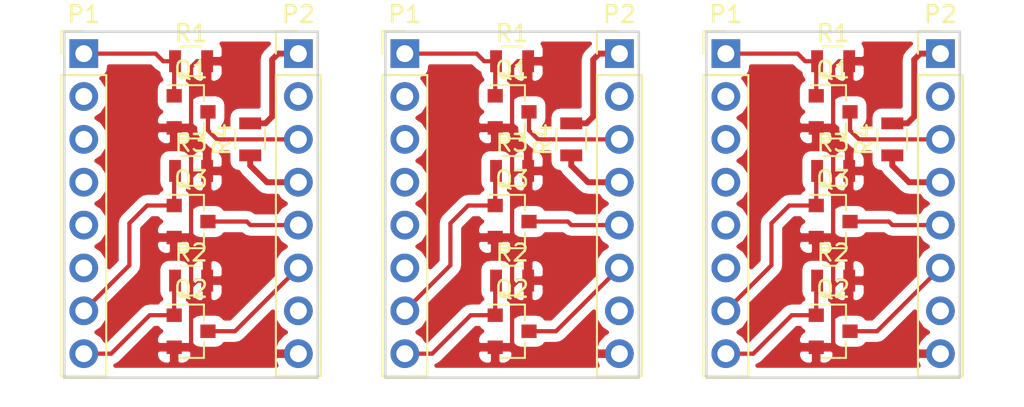
<source format=kicad_pcb>
(kicad_pcb (version 4) (host pcbnew 4.0.7)

  (general
    (links 17)
    (no_connects 0)
    (area -3.883333 -22.505 56.883334 1.985)
    (thickness 1.6)
    (drawings 12)
    (tracks 156)
    (zones 0)
    (modules 27)
    (nets 17)
  )

  (page A4)
  (title_block
    (company "Io Engineering")
    (comment 1 "Terje Io")
  )

  (layers
    (0 F.Cu signal)
    (31 B.Cu signal)
    (32 B.Adhes user)
    (33 F.Adhes user)
    (34 B.Paste user)
    (35 F.Paste user)
    (36 B.SilkS user)
    (37 F.SilkS user)
    (38 B.Mask user)
    (39 F.Mask user)
    (40 Dwgs.User user)
    (41 Cmts.User user)
    (42 Eco1.User user)
    (43 Eco2.User user)
    (44 Edge.Cuts user)
    (45 Margin user)
    (46 B.CrtYd user)
    (47 F.CrtYd user)
    (48 B.Fab user)
    (49 F.Fab user)
  )

  (setup
    (last_trace_width 0.25)
    (trace_clearance 0.2)
    (zone_clearance 0.508)
    (zone_45_only no)
    (trace_min 0.2)
    (segment_width 0.2)
    (edge_width 0.15)
    (via_size 0.6)
    (via_drill 0.4)
    (via_min_size 0.4)
    (via_min_drill 0.3)
    (uvia_size 0.3)
    (uvia_drill 0.1)
    (uvias_allowed no)
    (uvia_min_size 0.2)
    (uvia_min_drill 0.1)
    (pcb_text_width 0.3)
    (pcb_text_size 1.5 1.5)
    (mod_edge_width 0.15)
    (mod_text_size 1 1)
    (mod_text_width 0.15)
    (pad_size 1.524 1.524)
    (pad_drill 0.762)
    (pad_to_mask_clearance 0.2)
    (aux_axis_origin 0 0)
    (visible_elements 7FFFFFFF)
    (pcbplotparams
      (layerselection 0x01000_00000000)
      (usegerberextensions false)
      (excludeedgelayer false)
      (linewidth 0.100000)
      (plotframeref false)
      (viasonmask false)
      (mode 1)
      (useauxorigin false)
      (hpglpennumber 1)
      (hpglpenspeed 20)
      (hpglpendiameter 7)
      (hpglpenoverlay 2)
      (psnegative false)
      (psa4output false)
      (plotreference true)
      (plotvalue true)
      (plotinvisibletext false)
      (padsonsilk false)
      (subtractmaskfromsilk false)
      (outputformat 0)
      (mirror false)
      (drillshape 0)
      (scaleselection 1)
      (outputdirectory d:/pcb))
  )

  (net 0 "")
  (net 1 /STEP)
  (net 2 /DIR)
  (net 3 "Net-(P1-Pad3)")
  (net 4 "Net-(P1-Pad4)")
  (net 5 "Net-(P1-Pad5)")
  (net 6 "Net-(P1-Pad6)")
  (net 7 /~EN)
  (net 8 "Net-(P2-Pad1)")
  (net 9 "Net-(P2-Pad2)")
  (net 10 /EN)
  (net 11 /~STEP)
  (net 12 /~DIR)
  (net 13 "Net-(P1-Pad2)")
  (net 14 "Net-(P2-Pad7)")
  (net 15 GND)
  (net 16 "Net-(P2-Pad4)")

  (net_class Default "This is the default net class."
    (clearance 0.2)
    (trace_width 0.25)
    (via_dia 0.6)
    (via_drill 0.4)
    (uvia_dia 0.3)
    (uvia_drill 0.1)
    (add_net /DIR)
    (add_net /EN)
    (add_net /STEP)
    (add_net /~DIR)
    (add_net /~EN)
    (add_net /~STEP)
    (add_net GND)
    (add_net "Net-(P1-Pad2)")
    (add_net "Net-(P1-Pad3)")
    (add_net "Net-(P1-Pad4)")
    (add_net "Net-(P1-Pad5)")
    (add_net "Net-(P1-Pad6)")
    (add_net "Net-(P2-Pad1)")
    (add_net "Net-(P2-Pad2)")
    (add_net "Net-(P2-Pad4)")
    (add_net "Net-(P2-Pad7)")
  )

  (module Resistors_SMD:R_0805 (layer F.Cu) (tedit 58E0A804) (tstamp 5AD3612A)
    (at 45.5 -5.75)
    (descr "Resistor SMD 0805, reflow soldering, Vishay (see dcrcw.pdf)")
    (tags "resistor 0805")
    (path /5AD33C03)
    (attr smd)
    (fp_text reference R2 (at 0 -1.65) (layer F.SilkS)
      (effects (font (size 1 1) (thickness 0.15)))
    )
    (fp_text value R (at 0 1.75) (layer F.Fab)
      (effects (font (size 1 1) (thickness 0.15)))
    )
    (fp_text user %R (at 0 0) (layer F.Fab)
      (effects (font (size 0.5 0.5) (thickness 0.075)))
    )
    (fp_line (start -1 0.62) (end -1 -0.62) (layer F.Fab) (width 0.1))
    (fp_line (start 1 0.62) (end -1 0.62) (layer F.Fab) (width 0.1))
    (fp_line (start 1 -0.62) (end 1 0.62) (layer F.Fab) (width 0.1))
    (fp_line (start -1 -0.62) (end 1 -0.62) (layer F.Fab) (width 0.1))
    (fp_line (start 0.6 0.88) (end -0.6 0.88) (layer F.SilkS) (width 0.12))
    (fp_line (start -0.6 -0.88) (end 0.6 -0.88) (layer F.SilkS) (width 0.12))
    (fp_line (start -1.55 -0.9) (end 1.55 -0.9) (layer F.CrtYd) (width 0.05))
    (fp_line (start -1.55 -0.9) (end -1.55 0.9) (layer F.CrtYd) (width 0.05))
    (fp_line (start 1.55 0.9) (end 1.55 -0.9) (layer F.CrtYd) (width 0.05))
    (fp_line (start 1.55 0.9) (end -1.55 0.9) (layer F.CrtYd) (width 0.05))
    (pad 1 smd rect (at -0.95 0) (size 0.7 1.3) (layers F.Cu F.Paste F.Mask)
      (net 1 /STEP))
    (pad 2 smd rect (at 0.95 0) (size 0.7 1.3) (layers F.Cu F.Paste F.Mask)
      (net 15 GND))
    (model ${KISYS3DMOD}/Resistors_SMD.3dshapes/R_0805.wrl
      (at (xyz 0 0 0))
      (scale (xyz 1 1 1))
      (rotate (xyz 0 0 0))
    )
  )

  (module TO_SOT_Packages_SMD:SOT-23 (layer F.Cu) (tedit 58CE4E7E) (tstamp 5AD36116)
    (at 45.5 -2.75)
    (descr "SOT-23, Standard")
    (tags SOT-23)
    (path /5AD33B0B)
    (attr smd)
    (fp_text reference Q2 (at 0 -2.5) (layer F.SilkS)
      (effects (font (size 1 1) (thickness 0.15)))
    )
    (fp_text value 2N7002 (at 0 2.5) (layer F.Fab)
      (effects (font (size 1 1) (thickness 0.15)))
    )
    (fp_text user %R (at 0 0 90) (layer F.Fab)
      (effects (font (size 0.5 0.5) (thickness 0.075)))
    )
    (fp_line (start -0.7 -0.95) (end -0.7 1.5) (layer F.Fab) (width 0.1))
    (fp_line (start -0.15 -1.52) (end 0.7 -1.52) (layer F.Fab) (width 0.1))
    (fp_line (start -0.7 -0.95) (end -0.15 -1.52) (layer F.Fab) (width 0.1))
    (fp_line (start 0.7 -1.52) (end 0.7 1.52) (layer F.Fab) (width 0.1))
    (fp_line (start -0.7 1.52) (end 0.7 1.52) (layer F.Fab) (width 0.1))
    (fp_line (start 0.76 1.58) (end 0.76 0.65) (layer F.SilkS) (width 0.12))
    (fp_line (start 0.76 -1.58) (end 0.76 -0.65) (layer F.SilkS) (width 0.12))
    (fp_line (start -1.7 -1.75) (end 1.7 -1.75) (layer F.CrtYd) (width 0.05))
    (fp_line (start 1.7 -1.75) (end 1.7 1.75) (layer F.CrtYd) (width 0.05))
    (fp_line (start 1.7 1.75) (end -1.7 1.75) (layer F.CrtYd) (width 0.05))
    (fp_line (start -1.7 1.75) (end -1.7 -1.75) (layer F.CrtYd) (width 0.05))
    (fp_line (start 0.76 -1.58) (end -1.4 -1.58) (layer F.SilkS) (width 0.12))
    (fp_line (start 0.76 1.58) (end -0.7 1.58) (layer F.SilkS) (width 0.12))
    (pad 1 smd rect (at -1 -0.95) (size 0.9 0.8) (layers F.Cu F.Paste F.Mask)
      (net 1 /STEP))
    (pad 2 smd rect (at -1 0.95) (size 0.9 0.8) (layers F.Cu F.Paste F.Mask)
      (net 15 GND))
    (pad 3 smd rect (at 1 0) (size 0.9 0.8) (layers F.Cu F.Paste F.Mask)
      (net 11 /~STEP))
    (model ${KISYS3DMOD}/TO_SOT_Packages_SMD.3dshapes/SOT-23.wrl
      (at (xyz 0 0 0))
      (scale (xyz 1 1 1))
      (rotate (xyz 0 0 0))
    )
  )

  (module Pin_Headers:Pin_Header_Straight_1x08_Pitch2.54mm (layer F.Cu) (tedit 59650532) (tstamp 5AD360FB)
    (at 39.15 -19.2)
    (descr "Through hole straight pin header, 1x08, 2.54mm pitch, single row")
    (tags "Through hole pin header THT 1x08 2.54mm single row")
    (path /5AD33CE9)
    (fp_text reference P1 (at 0 -2.33) (layer F.SilkS)
      (effects (font (size 1 1) (thickness 0.15)))
    )
    (fp_text value CONN_01X08 (at 0 20.11) (layer F.Fab)
      (effects (font (size 1 1) (thickness 0.15)))
    )
    (fp_line (start -0.635 -1.27) (end 1.27 -1.27) (layer F.Fab) (width 0.1))
    (fp_line (start 1.27 -1.27) (end 1.27 19.05) (layer F.Fab) (width 0.1))
    (fp_line (start 1.27 19.05) (end -1.27 19.05) (layer F.Fab) (width 0.1))
    (fp_line (start -1.27 19.05) (end -1.27 -0.635) (layer F.Fab) (width 0.1))
    (fp_line (start -1.27 -0.635) (end -0.635 -1.27) (layer F.Fab) (width 0.1))
    (fp_line (start -1.33 19.11) (end 1.33 19.11) (layer F.SilkS) (width 0.12))
    (fp_line (start -1.33 1.27) (end -1.33 19.11) (layer F.SilkS) (width 0.12))
    (fp_line (start 1.33 1.27) (end 1.33 19.11) (layer F.SilkS) (width 0.12))
    (fp_line (start -1.33 1.27) (end 1.33 1.27) (layer F.SilkS) (width 0.12))
    (fp_line (start -1.33 0) (end -1.33 -1.33) (layer F.SilkS) (width 0.12))
    (fp_line (start -1.33 -1.33) (end 0 -1.33) (layer F.SilkS) (width 0.12))
    (fp_line (start -1.8 -1.8) (end -1.8 19.55) (layer F.CrtYd) (width 0.05))
    (fp_line (start -1.8 19.55) (end 1.8 19.55) (layer F.CrtYd) (width 0.05))
    (fp_line (start 1.8 19.55) (end 1.8 -1.8) (layer F.CrtYd) (width 0.05))
    (fp_line (start 1.8 -1.8) (end -1.8 -1.8) (layer F.CrtYd) (width 0.05))
    (fp_text user %R (at 0 8.89 90) (layer F.Fab)
      (effects (font (size 1 1) (thickness 0.15)))
    )
    (pad 1 thru_hole rect (at 0 0) (size 1.7 1.7) (drill 1) (layers *.Cu *.Mask)
      (net 7 /~EN))
    (pad 2 thru_hole oval (at 0 2.54) (size 1.7 1.7) (drill 1) (layers *.Cu *.Mask)
      (net 13 "Net-(P1-Pad2)"))
    (pad 3 thru_hole oval (at 0 5.08) (size 1.7 1.7) (drill 1) (layers *.Cu *.Mask)
      (net 3 "Net-(P1-Pad3)"))
    (pad 4 thru_hole oval (at 0 7.62) (size 1.7 1.7) (drill 1) (layers *.Cu *.Mask)
      (net 4 "Net-(P1-Pad4)"))
    (pad 5 thru_hole oval (at 0 10.16) (size 1.7 1.7) (drill 1) (layers *.Cu *.Mask)
      (net 5 "Net-(P1-Pad5)"))
    (pad 6 thru_hole oval (at 0 12.7) (size 1.7 1.7) (drill 1) (layers *.Cu *.Mask)
      (net 6 "Net-(P1-Pad6)"))
    (pad 7 thru_hole oval (at 0 15.24) (size 1.7 1.7) (drill 1) (layers *.Cu *.Mask)
      (net 2 /DIR))
    (pad 8 thru_hole oval (at 0 17.78) (size 1.7 1.7) (drill 1) (layers *.Cu *.Mask)
      (net 1 /STEP))
    (model ${KISYS3DMOD}/Pin_Headers.3dshapes/Pin_Header_Straight_1x08_Pitch2.54mm.wrl
      (at (xyz 0 0 0))
      (scale (xyz 1 1 1))
      (rotate (xyz 0 0 0))
    )
  )

  (module TO_SOT_Packages_SMD:SOT-23 (layer F.Cu) (tedit 58CE4E7E) (tstamp 5AD360E7)
    (at 45.5 -9.25)
    (descr "SOT-23, Standard")
    (tags SOT-23)
    (path /5AD33A56)
    (attr smd)
    (fp_text reference Q3 (at 0 -2.5) (layer F.SilkS)
      (effects (font (size 1 1) (thickness 0.15)))
    )
    (fp_text value 2N7002 (at 0 2.5) (layer F.Fab)
      (effects (font (size 1 1) (thickness 0.15)))
    )
    (fp_text user %R (at 0 0 90) (layer F.Fab)
      (effects (font (size 0.5 0.5) (thickness 0.075)))
    )
    (fp_line (start -0.7 -0.95) (end -0.7 1.5) (layer F.Fab) (width 0.1))
    (fp_line (start -0.15 -1.52) (end 0.7 -1.52) (layer F.Fab) (width 0.1))
    (fp_line (start -0.7 -0.95) (end -0.15 -1.52) (layer F.Fab) (width 0.1))
    (fp_line (start 0.7 -1.52) (end 0.7 1.52) (layer F.Fab) (width 0.1))
    (fp_line (start -0.7 1.52) (end 0.7 1.52) (layer F.Fab) (width 0.1))
    (fp_line (start 0.76 1.58) (end 0.76 0.65) (layer F.SilkS) (width 0.12))
    (fp_line (start 0.76 -1.58) (end 0.76 -0.65) (layer F.SilkS) (width 0.12))
    (fp_line (start -1.7 -1.75) (end 1.7 -1.75) (layer F.CrtYd) (width 0.05))
    (fp_line (start 1.7 -1.75) (end 1.7 1.75) (layer F.CrtYd) (width 0.05))
    (fp_line (start 1.7 1.75) (end -1.7 1.75) (layer F.CrtYd) (width 0.05))
    (fp_line (start -1.7 1.75) (end -1.7 -1.75) (layer F.CrtYd) (width 0.05))
    (fp_line (start 0.76 -1.58) (end -1.4 -1.58) (layer F.SilkS) (width 0.12))
    (fp_line (start 0.76 1.58) (end -0.7 1.58) (layer F.SilkS) (width 0.12))
    (pad 1 smd rect (at -1 -0.95) (size 0.9 0.8) (layers F.Cu F.Paste F.Mask)
      (net 2 /DIR))
    (pad 2 smd rect (at -1 0.95) (size 0.9 0.8) (layers F.Cu F.Paste F.Mask)
      (net 15 GND))
    (pad 3 smd rect (at 1 0) (size 0.9 0.8) (layers F.Cu F.Paste F.Mask)
      (net 12 /~DIR))
    (model ${KISYS3DMOD}/TO_SOT_Packages_SMD.3dshapes/SOT-23.wrl
      (at (xyz 0 0 0))
      (scale (xyz 1 1 1))
      (rotate (xyz 0 0 0))
    )
  )

  (module Resistors_SMD:R_0805 (layer F.Cu) (tedit 58E0A804) (tstamp 5AD360D7)
    (at 49 -14.12 90)
    (descr "Resistor SMD 0805, reflow soldering, Vishay (see dcrcw.pdf)")
    (tags "resistor 0805")
    (path /5AD35617)
    (attr smd)
    (fp_text reference R4 (at 0 -1.65 90) (layer F.SilkS)
      (effects (font (size 1 1) (thickness 0.15)))
    )
    (fp_text value R (at 0 1.75 90) (layer F.Fab)
      (effects (font (size 1 1) (thickness 0.15)))
    )
    (fp_text user %R (at -0.1 0.324999 90) (layer F.Fab)
      (effects (font (size 0.5 0.5) (thickness 0.075)))
    )
    (fp_line (start -1 0.62) (end -1 -0.62) (layer F.Fab) (width 0.1))
    (fp_line (start 1 0.62) (end -1 0.62) (layer F.Fab) (width 0.1))
    (fp_line (start 1 -0.62) (end 1 0.62) (layer F.Fab) (width 0.1))
    (fp_line (start -1 -0.62) (end 1 -0.62) (layer F.Fab) (width 0.1))
    (fp_line (start 0.6 0.88) (end -0.6 0.88) (layer F.SilkS) (width 0.12))
    (fp_line (start -0.6 -0.88) (end 0.6 -0.88) (layer F.SilkS) (width 0.12))
    (fp_line (start -1.55 -0.9) (end 1.55 -0.9) (layer F.CrtYd) (width 0.05))
    (fp_line (start -1.55 -0.9) (end -1.55 0.9) (layer F.CrtYd) (width 0.05))
    (fp_line (start 1.55 0.9) (end 1.55 -0.9) (layer F.CrtYd) (width 0.05))
    (fp_line (start 1.55 0.9) (end -1.55 0.9) (layer F.CrtYd) (width 0.05))
    (pad 1 smd rect (at -0.95 0 90) (size 0.7 1.3) (layers F.Cu F.Paste F.Mask)
      (net 16 "Net-(P2-Pad4)"))
    (pad 2 smd rect (at 0.95 0 90) (size 0.7 1.3) (layers F.Cu F.Paste F.Mask)
      (net 8 "Net-(P2-Pad1)"))
    (model ${KISYS3DMOD}/Resistors_SMD.3dshapes/R_0805.wrl
      (at (xyz 0 0 0))
      (scale (xyz 1 1 1))
      (rotate (xyz 0 0 0))
    )
  )

  (module TO_SOT_Packages_SMD:SOT-23 (layer F.Cu) (tedit 58CE4E7E) (tstamp 5AD360C3)
    (at 45.5 -15.75)
    (descr "SOT-23, Standard")
    (tags SOT-23)
    (path /5AD33B44)
    (attr smd)
    (fp_text reference Q1 (at 0 -2.5) (layer F.SilkS)
      (effects (font (size 1 1) (thickness 0.15)))
    )
    (fp_text value 2N7002 (at 0 2.5) (layer F.Fab)
      (effects (font (size 1 1) (thickness 0.15)))
    )
    (fp_text user %R (at 0 0 90) (layer F.Fab)
      (effects (font (size 0.5 0.5) (thickness 0.075)))
    )
    (fp_line (start -0.7 -0.95) (end -0.7 1.5) (layer F.Fab) (width 0.1))
    (fp_line (start -0.15 -1.52) (end 0.7 -1.52) (layer F.Fab) (width 0.1))
    (fp_line (start -0.7 -0.95) (end -0.15 -1.52) (layer F.Fab) (width 0.1))
    (fp_line (start 0.7 -1.52) (end 0.7 1.52) (layer F.Fab) (width 0.1))
    (fp_line (start -0.7 1.52) (end 0.7 1.52) (layer F.Fab) (width 0.1))
    (fp_line (start 0.76 1.58) (end 0.76 0.65) (layer F.SilkS) (width 0.12))
    (fp_line (start 0.76 -1.58) (end 0.76 -0.65) (layer F.SilkS) (width 0.12))
    (fp_line (start -1.7 -1.75) (end 1.7 -1.75) (layer F.CrtYd) (width 0.05))
    (fp_line (start 1.7 -1.75) (end 1.7 1.75) (layer F.CrtYd) (width 0.05))
    (fp_line (start 1.7 1.75) (end -1.7 1.75) (layer F.CrtYd) (width 0.05))
    (fp_line (start -1.7 1.75) (end -1.7 -1.75) (layer F.CrtYd) (width 0.05))
    (fp_line (start 0.76 -1.58) (end -1.4 -1.58) (layer F.SilkS) (width 0.12))
    (fp_line (start 0.76 1.58) (end -0.7 1.58) (layer F.SilkS) (width 0.12))
    (pad 1 smd rect (at -1 -0.95) (size 0.9 0.8) (layers F.Cu F.Paste F.Mask)
      (net 7 /~EN))
    (pad 2 smd rect (at -1 0.95) (size 0.9 0.8) (layers F.Cu F.Paste F.Mask)
      (net 15 GND))
    (pad 3 smd rect (at 1 0) (size 0.9 0.8) (layers F.Cu F.Paste F.Mask)
      (net 10 /EN))
    (model ${KISYS3DMOD}/TO_SOT_Packages_SMD.3dshapes/SOT-23.wrl
      (at (xyz 0 0 0))
      (scale (xyz 1 1 1))
      (rotate (xyz 0 0 0))
    )
  )

  (module Resistors_SMD:R_0805 (layer F.Cu) (tedit 58E0A804) (tstamp 5AD360B3)
    (at 45.5 -18.75)
    (descr "Resistor SMD 0805, reflow soldering, Vishay (see dcrcw.pdf)")
    (tags "resistor 0805")
    (path /5AD33C22)
    (attr smd)
    (fp_text reference R1 (at 0 -1.65) (layer F.SilkS)
      (effects (font (size 1 1) (thickness 0.15)))
    )
    (fp_text value R (at 0 1.75) (layer F.Fab)
      (effects (font (size 1 1) (thickness 0.15)))
    )
    (fp_text user %R (at 0 0) (layer F.Fab)
      (effects (font (size 0.5 0.5) (thickness 0.075)))
    )
    (fp_line (start -1 0.62) (end -1 -0.62) (layer F.Fab) (width 0.1))
    (fp_line (start 1 0.62) (end -1 0.62) (layer F.Fab) (width 0.1))
    (fp_line (start 1 -0.62) (end 1 0.62) (layer F.Fab) (width 0.1))
    (fp_line (start -1 -0.62) (end 1 -0.62) (layer F.Fab) (width 0.1))
    (fp_line (start 0.6 0.88) (end -0.6 0.88) (layer F.SilkS) (width 0.12))
    (fp_line (start -0.6 -0.88) (end 0.6 -0.88) (layer F.SilkS) (width 0.12))
    (fp_line (start -1.55 -0.9) (end 1.55 -0.9) (layer F.CrtYd) (width 0.05))
    (fp_line (start -1.55 -0.9) (end -1.55 0.9) (layer F.CrtYd) (width 0.05))
    (fp_line (start 1.55 0.9) (end 1.55 -0.9) (layer F.CrtYd) (width 0.05))
    (fp_line (start 1.55 0.9) (end -1.55 0.9) (layer F.CrtYd) (width 0.05))
    (pad 1 smd rect (at -0.95 0) (size 0.7 1.3) (layers F.Cu F.Paste F.Mask)
      (net 7 /~EN))
    (pad 2 smd rect (at 0.95 0) (size 0.7 1.3) (layers F.Cu F.Paste F.Mask)
      (net 15 GND))
    (model ${KISYS3DMOD}/Resistors_SMD.3dshapes/R_0805.wrl
      (at (xyz 0 0 0))
      (scale (xyz 1 1 1))
      (rotate (xyz 0 0 0))
    )
  )

  (module Resistors_SMD:R_0805 (layer F.Cu) (tedit 58E0A804) (tstamp 5AD360A3)
    (at 45.5 -12.25)
    (descr "Resistor SMD 0805, reflow soldering, Vishay (see dcrcw.pdf)")
    (tags "resistor 0805")
    (path /5AD33B90)
    (attr smd)
    (fp_text reference R3 (at 0 -1.65) (layer F.SilkS)
      (effects (font (size 1 1) (thickness 0.15)))
    )
    (fp_text value R (at 0 1.75) (layer F.Fab)
      (effects (font (size 1 1) (thickness 0.15)))
    )
    (fp_text user %R (at 0 0) (layer F.Fab)
      (effects (font (size 0.5 0.5) (thickness 0.075)))
    )
    (fp_line (start -1 0.62) (end -1 -0.62) (layer F.Fab) (width 0.1))
    (fp_line (start 1 0.62) (end -1 0.62) (layer F.Fab) (width 0.1))
    (fp_line (start 1 -0.62) (end 1 0.62) (layer F.Fab) (width 0.1))
    (fp_line (start -1 -0.62) (end 1 -0.62) (layer F.Fab) (width 0.1))
    (fp_line (start 0.6 0.88) (end -0.6 0.88) (layer F.SilkS) (width 0.12))
    (fp_line (start -0.6 -0.88) (end 0.6 -0.88) (layer F.SilkS) (width 0.12))
    (fp_line (start -1.55 -0.9) (end 1.55 -0.9) (layer F.CrtYd) (width 0.05))
    (fp_line (start -1.55 -0.9) (end -1.55 0.9) (layer F.CrtYd) (width 0.05))
    (fp_line (start 1.55 0.9) (end 1.55 -0.9) (layer F.CrtYd) (width 0.05))
    (fp_line (start 1.55 0.9) (end -1.55 0.9) (layer F.CrtYd) (width 0.05))
    (pad 1 smd rect (at -0.95 0) (size 0.7 1.3) (layers F.Cu F.Paste F.Mask)
      (net 2 /DIR))
    (pad 2 smd rect (at 0.95 0) (size 0.7 1.3) (layers F.Cu F.Paste F.Mask)
      (net 15 GND))
    (model ${KISYS3DMOD}/Resistors_SMD.3dshapes/R_0805.wrl
      (at (xyz 0 0 0))
      (scale (xyz 1 1 1))
      (rotate (xyz 0 0 0))
    )
  )

  (module Pin_Headers:Pin_Header_Straight_1x08_Pitch2.54mm (layer F.Cu) (tedit 59650532) (tstamp 5AD36088)
    (at 51.85 -19.2)
    (descr "Through hole straight pin header, 1x08, 2.54mm pitch, single row")
    (tags "Through hole pin header THT 1x08 2.54mm single row")
    (path /5AD33C83)
    (fp_text reference P2 (at 0 -2.33) (layer F.SilkS)
      (effects (font (size 1 1) (thickness 0.15)))
    )
    (fp_text value CONN_01X08 (at 0 20.11) (layer F.Fab)
      (effects (font (size 1 1) (thickness 0.15)))
    )
    (fp_line (start -0.635 -1.27) (end 1.27 -1.27) (layer F.Fab) (width 0.1))
    (fp_line (start 1.27 -1.27) (end 1.27 19.05) (layer F.Fab) (width 0.1))
    (fp_line (start 1.27 19.05) (end -1.27 19.05) (layer F.Fab) (width 0.1))
    (fp_line (start -1.27 19.05) (end -1.27 -0.635) (layer F.Fab) (width 0.1))
    (fp_line (start -1.27 -0.635) (end -0.635 -1.27) (layer F.Fab) (width 0.1))
    (fp_line (start -1.33 19.11) (end 1.33 19.11) (layer F.SilkS) (width 0.12))
    (fp_line (start -1.33 1.27) (end -1.33 19.11) (layer F.SilkS) (width 0.12))
    (fp_line (start 1.33 1.27) (end 1.33 19.11) (layer F.SilkS) (width 0.12))
    (fp_line (start -1.33 1.27) (end 1.33 1.27) (layer F.SilkS) (width 0.12))
    (fp_line (start -1.33 0) (end -1.33 -1.33) (layer F.SilkS) (width 0.12))
    (fp_line (start -1.33 -1.33) (end 0 -1.33) (layer F.SilkS) (width 0.12))
    (fp_line (start -1.8 -1.8) (end -1.8 19.55) (layer F.CrtYd) (width 0.05))
    (fp_line (start -1.8 19.55) (end 1.8 19.55) (layer F.CrtYd) (width 0.05))
    (fp_line (start 1.8 19.55) (end 1.8 -1.8) (layer F.CrtYd) (width 0.05))
    (fp_line (start 1.8 -1.8) (end -1.8 -1.8) (layer F.CrtYd) (width 0.05))
    (fp_text user %R (at 0 8.89 90) (layer F.Fab)
      (effects (font (size 1 1) (thickness 0.15)))
    )
    (pad 1 thru_hole rect (at 0 0) (size 1.7 1.7) (drill 1) (layers *.Cu *.Mask)
      (net 8 "Net-(P2-Pad1)"))
    (pad 2 thru_hole oval (at 0 2.54) (size 1.7 1.7) (drill 1) (layers *.Cu *.Mask)
      (net 9 "Net-(P2-Pad2)"))
    (pad 3 thru_hole oval (at 0 5.08) (size 1.7 1.7) (drill 1) (layers *.Cu *.Mask)
      (net 10 /EN))
    (pad 4 thru_hole oval (at 0 7.62) (size 1.7 1.7) (drill 1) (layers *.Cu *.Mask)
      (net 16 "Net-(P2-Pad4)"))
    (pad 5 thru_hole oval (at 0 10.16) (size 1.7 1.7) (drill 1) (layers *.Cu *.Mask)
      (net 12 /~DIR))
    (pad 6 thru_hole oval (at 0 12.7) (size 1.7 1.7) (drill 1) (layers *.Cu *.Mask)
      (net 11 /~STEP))
    (pad 7 thru_hole oval (at 0 15.24) (size 1.7 1.7) (drill 1) (layers *.Cu *.Mask)
      (net 14 "Net-(P2-Pad7)"))
    (pad 8 thru_hole oval (at 0 17.78) (size 1.7 1.7) (drill 1) (layers *.Cu *.Mask)
      (net 15 GND))
    (model ${KISYS3DMOD}/Pin_Headers.3dshapes/Pin_Header_Straight_1x08_Pitch2.54mm.wrl
      (at (xyz 0 0 0))
      (scale (xyz 1 1 1))
      (rotate (xyz 0 0 0))
    )
  )

  (module Resistors_SMD:R_0805 (layer F.Cu) (tedit 58E0A804) (tstamp 5AD3603F)
    (at 26.5 -5.75)
    (descr "Resistor SMD 0805, reflow soldering, Vishay (see dcrcw.pdf)")
    (tags "resistor 0805")
    (path /5AD33C03)
    (attr smd)
    (fp_text reference R2 (at 0 -1.65) (layer F.SilkS)
      (effects (font (size 1 1) (thickness 0.15)))
    )
    (fp_text value R (at 0 1.75) (layer F.Fab)
      (effects (font (size 1 1) (thickness 0.15)))
    )
    (fp_text user %R (at 0 0) (layer F.Fab)
      (effects (font (size 0.5 0.5) (thickness 0.075)))
    )
    (fp_line (start -1 0.62) (end -1 -0.62) (layer F.Fab) (width 0.1))
    (fp_line (start 1 0.62) (end -1 0.62) (layer F.Fab) (width 0.1))
    (fp_line (start 1 -0.62) (end 1 0.62) (layer F.Fab) (width 0.1))
    (fp_line (start -1 -0.62) (end 1 -0.62) (layer F.Fab) (width 0.1))
    (fp_line (start 0.6 0.88) (end -0.6 0.88) (layer F.SilkS) (width 0.12))
    (fp_line (start -0.6 -0.88) (end 0.6 -0.88) (layer F.SilkS) (width 0.12))
    (fp_line (start -1.55 -0.9) (end 1.55 -0.9) (layer F.CrtYd) (width 0.05))
    (fp_line (start -1.55 -0.9) (end -1.55 0.9) (layer F.CrtYd) (width 0.05))
    (fp_line (start 1.55 0.9) (end 1.55 -0.9) (layer F.CrtYd) (width 0.05))
    (fp_line (start 1.55 0.9) (end -1.55 0.9) (layer F.CrtYd) (width 0.05))
    (pad 1 smd rect (at -0.95 0) (size 0.7 1.3) (layers F.Cu F.Paste F.Mask)
      (net 1 /STEP))
    (pad 2 smd rect (at 0.95 0) (size 0.7 1.3) (layers F.Cu F.Paste F.Mask)
      (net 15 GND))
    (model ${KISYS3DMOD}/Resistors_SMD.3dshapes/R_0805.wrl
      (at (xyz 0 0 0))
      (scale (xyz 1 1 1))
      (rotate (xyz 0 0 0))
    )
  )

  (module TO_SOT_Packages_SMD:SOT-23 (layer F.Cu) (tedit 58CE4E7E) (tstamp 5AD3602B)
    (at 26.5 -2.75)
    (descr "SOT-23, Standard")
    (tags SOT-23)
    (path /5AD33B0B)
    (attr smd)
    (fp_text reference Q2 (at 0 -2.5) (layer F.SilkS)
      (effects (font (size 1 1) (thickness 0.15)))
    )
    (fp_text value 2N7002 (at 0 2.5) (layer F.Fab)
      (effects (font (size 1 1) (thickness 0.15)))
    )
    (fp_text user %R (at 0 0 90) (layer F.Fab)
      (effects (font (size 0.5 0.5) (thickness 0.075)))
    )
    (fp_line (start -0.7 -0.95) (end -0.7 1.5) (layer F.Fab) (width 0.1))
    (fp_line (start -0.15 -1.52) (end 0.7 -1.52) (layer F.Fab) (width 0.1))
    (fp_line (start -0.7 -0.95) (end -0.15 -1.52) (layer F.Fab) (width 0.1))
    (fp_line (start 0.7 -1.52) (end 0.7 1.52) (layer F.Fab) (width 0.1))
    (fp_line (start -0.7 1.52) (end 0.7 1.52) (layer F.Fab) (width 0.1))
    (fp_line (start 0.76 1.58) (end 0.76 0.65) (layer F.SilkS) (width 0.12))
    (fp_line (start 0.76 -1.58) (end 0.76 -0.65) (layer F.SilkS) (width 0.12))
    (fp_line (start -1.7 -1.75) (end 1.7 -1.75) (layer F.CrtYd) (width 0.05))
    (fp_line (start 1.7 -1.75) (end 1.7 1.75) (layer F.CrtYd) (width 0.05))
    (fp_line (start 1.7 1.75) (end -1.7 1.75) (layer F.CrtYd) (width 0.05))
    (fp_line (start -1.7 1.75) (end -1.7 -1.75) (layer F.CrtYd) (width 0.05))
    (fp_line (start 0.76 -1.58) (end -1.4 -1.58) (layer F.SilkS) (width 0.12))
    (fp_line (start 0.76 1.58) (end -0.7 1.58) (layer F.SilkS) (width 0.12))
    (pad 1 smd rect (at -1 -0.95) (size 0.9 0.8) (layers F.Cu F.Paste F.Mask)
      (net 1 /STEP))
    (pad 2 smd rect (at -1 0.95) (size 0.9 0.8) (layers F.Cu F.Paste F.Mask)
      (net 15 GND))
    (pad 3 smd rect (at 1 0) (size 0.9 0.8) (layers F.Cu F.Paste F.Mask)
      (net 11 /~STEP))
    (model ${KISYS3DMOD}/TO_SOT_Packages_SMD.3dshapes/SOT-23.wrl
      (at (xyz 0 0 0))
      (scale (xyz 1 1 1))
      (rotate (xyz 0 0 0))
    )
  )

  (module Pin_Headers:Pin_Header_Straight_1x08_Pitch2.54mm (layer F.Cu) (tedit 59650532) (tstamp 5AD36010)
    (at 20.15 -19.2)
    (descr "Through hole straight pin header, 1x08, 2.54mm pitch, single row")
    (tags "Through hole pin header THT 1x08 2.54mm single row")
    (path /5AD33CE9)
    (fp_text reference P1 (at 0 -2.33) (layer F.SilkS)
      (effects (font (size 1 1) (thickness 0.15)))
    )
    (fp_text value CONN_01X08 (at 0 20.11) (layer F.Fab)
      (effects (font (size 1 1) (thickness 0.15)))
    )
    (fp_line (start -0.635 -1.27) (end 1.27 -1.27) (layer F.Fab) (width 0.1))
    (fp_line (start 1.27 -1.27) (end 1.27 19.05) (layer F.Fab) (width 0.1))
    (fp_line (start 1.27 19.05) (end -1.27 19.05) (layer F.Fab) (width 0.1))
    (fp_line (start -1.27 19.05) (end -1.27 -0.635) (layer F.Fab) (width 0.1))
    (fp_line (start -1.27 -0.635) (end -0.635 -1.27) (layer F.Fab) (width 0.1))
    (fp_line (start -1.33 19.11) (end 1.33 19.11) (layer F.SilkS) (width 0.12))
    (fp_line (start -1.33 1.27) (end -1.33 19.11) (layer F.SilkS) (width 0.12))
    (fp_line (start 1.33 1.27) (end 1.33 19.11) (layer F.SilkS) (width 0.12))
    (fp_line (start -1.33 1.27) (end 1.33 1.27) (layer F.SilkS) (width 0.12))
    (fp_line (start -1.33 0) (end -1.33 -1.33) (layer F.SilkS) (width 0.12))
    (fp_line (start -1.33 -1.33) (end 0 -1.33) (layer F.SilkS) (width 0.12))
    (fp_line (start -1.8 -1.8) (end -1.8 19.55) (layer F.CrtYd) (width 0.05))
    (fp_line (start -1.8 19.55) (end 1.8 19.55) (layer F.CrtYd) (width 0.05))
    (fp_line (start 1.8 19.55) (end 1.8 -1.8) (layer F.CrtYd) (width 0.05))
    (fp_line (start 1.8 -1.8) (end -1.8 -1.8) (layer F.CrtYd) (width 0.05))
    (fp_text user %R (at 0 8.89 90) (layer F.Fab)
      (effects (font (size 1 1) (thickness 0.15)))
    )
    (pad 1 thru_hole rect (at 0 0) (size 1.7 1.7) (drill 1) (layers *.Cu *.Mask)
      (net 7 /~EN))
    (pad 2 thru_hole oval (at 0 2.54) (size 1.7 1.7) (drill 1) (layers *.Cu *.Mask)
      (net 13 "Net-(P1-Pad2)"))
    (pad 3 thru_hole oval (at 0 5.08) (size 1.7 1.7) (drill 1) (layers *.Cu *.Mask)
      (net 3 "Net-(P1-Pad3)"))
    (pad 4 thru_hole oval (at 0 7.62) (size 1.7 1.7) (drill 1) (layers *.Cu *.Mask)
      (net 4 "Net-(P1-Pad4)"))
    (pad 5 thru_hole oval (at 0 10.16) (size 1.7 1.7) (drill 1) (layers *.Cu *.Mask)
      (net 5 "Net-(P1-Pad5)"))
    (pad 6 thru_hole oval (at 0 12.7) (size 1.7 1.7) (drill 1) (layers *.Cu *.Mask)
      (net 6 "Net-(P1-Pad6)"))
    (pad 7 thru_hole oval (at 0 15.24) (size 1.7 1.7) (drill 1) (layers *.Cu *.Mask)
      (net 2 /DIR))
    (pad 8 thru_hole oval (at 0 17.78) (size 1.7 1.7) (drill 1) (layers *.Cu *.Mask)
      (net 1 /STEP))
    (model ${KISYS3DMOD}/Pin_Headers.3dshapes/Pin_Header_Straight_1x08_Pitch2.54mm.wrl
      (at (xyz 0 0 0))
      (scale (xyz 1 1 1))
      (rotate (xyz 0 0 0))
    )
  )

  (module TO_SOT_Packages_SMD:SOT-23 (layer F.Cu) (tedit 58CE4E7E) (tstamp 5AD35FFC)
    (at 26.5 -9.25)
    (descr "SOT-23, Standard")
    (tags SOT-23)
    (path /5AD33A56)
    (attr smd)
    (fp_text reference Q3 (at 0 -2.5) (layer F.SilkS)
      (effects (font (size 1 1) (thickness 0.15)))
    )
    (fp_text value 2N7002 (at 0 2.5) (layer F.Fab)
      (effects (font (size 1 1) (thickness 0.15)))
    )
    (fp_text user %R (at 0 0 90) (layer F.Fab)
      (effects (font (size 0.5 0.5) (thickness 0.075)))
    )
    (fp_line (start -0.7 -0.95) (end -0.7 1.5) (layer F.Fab) (width 0.1))
    (fp_line (start -0.15 -1.52) (end 0.7 -1.52) (layer F.Fab) (width 0.1))
    (fp_line (start -0.7 -0.95) (end -0.15 -1.52) (layer F.Fab) (width 0.1))
    (fp_line (start 0.7 -1.52) (end 0.7 1.52) (layer F.Fab) (width 0.1))
    (fp_line (start -0.7 1.52) (end 0.7 1.52) (layer F.Fab) (width 0.1))
    (fp_line (start 0.76 1.58) (end 0.76 0.65) (layer F.SilkS) (width 0.12))
    (fp_line (start 0.76 -1.58) (end 0.76 -0.65) (layer F.SilkS) (width 0.12))
    (fp_line (start -1.7 -1.75) (end 1.7 -1.75) (layer F.CrtYd) (width 0.05))
    (fp_line (start 1.7 -1.75) (end 1.7 1.75) (layer F.CrtYd) (width 0.05))
    (fp_line (start 1.7 1.75) (end -1.7 1.75) (layer F.CrtYd) (width 0.05))
    (fp_line (start -1.7 1.75) (end -1.7 -1.75) (layer F.CrtYd) (width 0.05))
    (fp_line (start 0.76 -1.58) (end -1.4 -1.58) (layer F.SilkS) (width 0.12))
    (fp_line (start 0.76 1.58) (end -0.7 1.58) (layer F.SilkS) (width 0.12))
    (pad 1 smd rect (at -1 -0.95) (size 0.9 0.8) (layers F.Cu F.Paste F.Mask)
      (net 2 /DIR))
    (pad 2 smd rect (at -1 0.95) (size 0.9 0.8) (layers F.Cu F.Paste F.Mask)
      (net 15 GND))
    (pad 3 smd rect (at 1 0) (size 0.9 0.8) (layers F.Cu F.Paste F.Mask)
      (net 12 /~DIR))
    (model ${KISYS3DMOD}/TO_SOT_Packages_SMD.3dshapes/SOT-23.wrl
      (at (xyz 0 0 0))
      (scale (xyz 1 1 1))
      (rotate (xyz 0 0 0))
    )
  )

  (module Resistors_SMD:R_0805 (layer F.Cu) (tedit 58E0A804) (tstamp 5AD35FEC)
    (at 30 -14.12 90)
    (descr "Resistor SMD 0805, reflow soldering, Vishay (see dcrcw.pdf)")
    (tags "resistor 0805")
    (path /5AD35617)
    (attr smd)
    (fp_text reference R4 (at 0 -1.65 90) (layer F.SilkS)
      (effects (font (size 1 1) (thickness 0.15)))
    )
    (fp_text value R (at 0 1.75 90) (layer F.Fab)
      (effects (font (size 1 1) (thickness 0.15)))
    )
    (fp_text user %R (at -0.1 0.324999 90) (layer F.Fab)
      (effects (font (size 0.5 0.5) (thickness 0.075)))
    )
    (fp_line (start -1 0.62) (end -1 -0.62) (layer F.Fab) (width 0.1))
    (fp_line (start 1 0.62) (end -1 0.62) (layer F.Fab) (width 0.1))
    (fp_line (start 1 -0.62) (end 1 0.62) (layer F.Fab) (width 0.1))
    (fp_line (start -1 -0.62) (end 1 -0.62) (layer F.Fab) (width 0.1))
    (fp_line (start 0.6 0.88) (end -0.6 0.88) (layer F.SilkS) (width 0.12))
    (fp_line (start -0.6 -0.88) (end 0.6 -0.88) (layer F.SilkS) (width 0.12))
    (fp_line (start -1.55 -0.9) (end 1.55 -0.9) (layer F.CrtYd) (width 0.05))
    (fp_line (start -1.55 -0.9) (end -1.55 0.9) (layer F.CrtYd) (width 0.05))
    (fp_line (start 1.55 0.9) (end 1.55 -0.9) (layer F.CrtYd) (width 0.05))
    (fp_line (start 1.55 0.9) (end -1.55 0.9) (layer F.CrtYd) (width 0.05))
    (pad 1 smd rect (at -0.95 0 90) (size 0.7 1.3) (layers F.Cu F.Paste F.Mask)
      (net 16 "Net-(P2-Pad4)"))
    (pad 2 smd rect (at 0.95 0 90) (size 0.7 1.3) (layers F.Cu F.Paste F.Mask)
      (net 8 "Net-(P2-Pad1)"))
    (model ${KISYS3DMOD}/Resistors_SMD.3dshapes/R_0805.wrl
      (at (xyz 0 0 0))
      (scale (xyz 1 1 1))
      (rotate (xyz 0 0 0))
    )
  )

  (module TO_SOT_Packages_SMD:SOT-23 (layer F.Cu) (tedit 58CE4E7E) (tstamp 5AD35FD8)
    (at 26.5 -15.75)
    (descr "SOT-23, Standard")
    (tags SOT-23)
    (path /5AD33B44)
    (attr smd)
    (fp_text reference Q1 (at 0 -2.5) (layer F.SilkS)
      (effects (font (size 1 1) (thickness 0.15)))
    )
    (fp_text value 2N7002 (at 0 2.5) (layer F.Fab)
      (effects (font (size 1 1) (thickness 0.15)))
    )
    (fp_text user %R (at 0 0 90) (layer F.Fab)
      (effects (font (size 0.5 0.5) (thickness 0.075)))
    )
    (fp_line (start -0.7 -0.95) (end -0.7 1.5) (layer F.Fab) (width 0.1))
    (fp_line (start -0.15 -1.52) (end 0.7 -1.52) (layer F.Fab) (width 0.1))
    (fp_line (start -0.7 -0.95) (end -0.15 -1.52) (layer F.Fab) (width 0.1))
    (fp_line (start 0.7 -1.52) (end 0.7 1.52) (layer F.Fab) (width 0.1))
    (fp_line (start -0.7 1.52) (end 0.7 1.52) (layer F.Fab) (width 0.1))
    (fp_line (start 0.76 1.58) (end 0.76 0.65) (layer F.SilkS) (width 0.12))
    (fp_line (start 0.76 -1.58) (end 0.76 -0.65) (layer F.SilkS) (width 0.12))
    (fp_line (start -1.7 -1.75) (end 1.7 -1.75) (layer F.CrtYd) (width 0.05))
    (fp_line (start 1.7 -1.75) (end 1.7 1.75) (layer F.CrtYd) (width 0.05))
    (fp_line (start 1.7 1.75) (end -1.7 1.75) (layer F.CrtYd) (width 0.05))
    (fp_line (start -1.7 1.75) (end -1.7 -1.75) (layer F.CrtYd) (width 0.05))
    (fp_line (start 0.76 -1.58) (end -1.4 -1.58) (layer F.SilkS) (width 0.12))
    (fp_line (start 0.76 1.58) (end -0.7 1.58) (layer F.SilkS) (width 0.12))
    (pad 1 smd rect (at -1 -0.95) (size 0.9 0.8) (layers F.Cu F.Paste F.Mask)
      (net 7 /~EN))
    (pad 2 smd rect (at -1 0.95) (size 0.9 0.8) (layers F.Cu F.Paste F.Mask)
      (net 15 GND))
    (pad 3 smd rect (at 1 0) (size 0.9 0.8) (layers F.Cu F.Paste F.Mask)
      (net 10 /EN))
    (model ${KISYS3DMOD}/TO_SOT_Packages_SMD.3dshapes/SOT-23.wrl
      (at (xyz 0 0 0))
      (scale (xyz 1 1 1))
      (rotate (xyz 0 0 0))
    )
  )

  (module Resistors_SMD:R_0805 (layer F.Cu) (tedit 58E0A804) (tstamp 5AD35FC8)
    (at 26.5 -18.75)
    (descr "Resistor SMD 0805, reflow soldering, Vishay (see dcrcw.pdf)")
    (tags "resistor 0805")
    (path /5AD33C22)
    (attr smd)
    (fp_text reference R1 (at 0 -1.65) (layer F.SilkS)
      (effects (font (size 1 1) (thickness 0.15)))
    )
    (fp_text value R (at 0 1.75) (layer F.Fab)
      (effects (font (size 1 1) (thickness 0.15)))
    )
    (fp_text user %R (at 0 0) (layer F.Fab)
      (effects (font (size 0.5 0.5) (thickness 0.075)))
    )
    (fp_line (start -1 0.62) (end -1 -0.62) (layer F.Fab) (width 0.1))
    (fp_line (start 1 0.62) (end -1 0.62) (layer F.Fab) (width 0.1))
    (fp_line (start 1 -0.62) (end 1 0.62) (layer F.Fab) (width 0.1))
    (fp_line (start -1 -0.62) (end 1 -0.62) (layer F.Fab) (width 0.1))
    (fp_line (start 0.6 0.88) (end -0.6 0.88) (layer F.SilkS) (width 0.12))
    (fp_line (start -0.6 -0.88) (end 0.6 -0.88) (layer F.SilkS) (width 0.12))
    (fp_line (start -1.55 -0.9) (end 1.55 -0.9) (layer F.CrtYd) (width 0.05))
    (fp_line (start -1.55 -0.9) (end -1.55 0.9) (layer F.CrtYd) (width 0.05))
    (fp_line (start 1.55 0.9) (end 1.55 -0.9) (layer F.CrtYd) (width 0.05))
    (fp_line (start 1.55 0.9) (end -1.55 0.9) (layer F.CrtYd) (width 0.05))
    (pad 1 smd rect (at -0.95 0) (size 0.7 1.3) (layers F.Cu F.Paste F.Mask)
      (net 7 /~EN))
    (pad 2 smd rect (at 0.95 0) (size 0.7 1.3) (layers F.Cu F.Paste F.Mask)
      (net 15 GND))
    (model ${KISYS3DMOD}/Resistors_SMD.3dshapes/R_0805.wrl
      (at (xyz 0 0 0))
      (scale (xyz 1 1 1))
      (rotate (xyz 0 0 0))
    )
  )

  (module Resistors_SMD:R_0805 (layer F.Cu) (tedit 58E0A804) (tstamp 5AD35FB8)
    (at 26.5 -12.25)
    (descr "Resistor SMD 0805, reflow soldering, Vishay (see dcrcw.pdf)")
    (tags "resistor 0805")
    (path /5AD33B90)
    (attr smd)
    (fp_text reference R3 (at 0 -1.65) (layer F.SilkS)
      (effects (font (size 1 1) (thickness 0.15)))
    )
    (fp_text value R (at 0 1.75) (layer F.Fab)
      (effects (font (size 1 1) (thickness 0.15)))
    )
    (fp_text user %R (at 0 0) (layer F.Fab)
      (effects (font (size 0.5 0.5) (thickness 0.075)))
    )
    (fp_line (start -1 0.62) (end -1 -0.62) (layer F.Fab) (width 0.1))
    (fp_line (start 1 0.62) (end -1 0.62) (layer F.Fab) (width 0.1))
    (fp_line (start 1 -0.62) (end 1 0.62) (layer F.Fab) (width 0.1))
    (fp_line (start -1 -0.62) (end 1 -0.62) (layer F.Fab) (width 0.1))
    (fp_line (start 0.6 0.88) (end -0.6 0.88) (layer F.SilkS) (width 0.12))
    (fp_line (start -0.6 -0.88) (end 0.6 -0.88) (layer F.SilkS) (width 0.12))
    (fp_line (start -1.55 -0.9) (end 1.55 -0.9) (layer F.CrtYd) (width 0.05))
    (fp_line (start -1.55 -0.9) (end -1.55 0.9) (layer F.CrtYd) (width 0.05))
    (fp_line (start 1.55 0.9) (end 1.55 -0.9) (layer F.CrtYd) (width 0.05))
    (fp_line (start 1.55 0.9) (end -1.55 0.9) (layer F.CrtYd) (width 0.05))
    (pad 1 smd rect (at -0.95 0) (size 0.7 1.3) (layers F.Cu F.Paste F.Mask)
      (net 2 /DIR))
    (pad 2 smd rect (at 0.95 0) (size 0.7 1.3) (layers F.Cu F.Paste F.Mask)
      (net 15 GND))
    (model ${KISYS3DMOD}/Resistors_SMD.3dshapes/R_0805.wrl
      (at (xyz 0 0 0))
      (scale (xyz 1 1 1))
      (rotate (xyz 0 0 0))
    )
  )

  (module Pin_Headers:Pin_Header_Straight_1x08_Pitch2.54mm (layer F.Cu) (tedit 59650532) (tstamp 5AD35F9D)
    (at 32.85 -19.2)
    (descr "Through hole straight pin header, 1x08, 2.54mm pitch, single row")
    (tags "Through hole pin header THT 1x08 2.54mm single row")
    (path /5AD33C83)
    (fp_text reference P2 (at 0 -2.33) (layer F.SilkS)
      (effects (font (size 1 1) (thickness 0.15)))
    )
    (fp_text value CONN_01X08 (at 0 20.11) (layer F.Fab)
      (effects (font (size 1 1) (thickness 0.15)))
    )
    (fp_line (start -0.635 -1.27) (end 1.27 -1.27) (layer F.Fab) (width 0.1))
    (fp_line (start 1.27 -1.27) (end 1.27 19.05) (layer F.Fab) (width 0.1))
    (fp_line (start 1.27 19.05) (end -1.27 19.05) (layer F.Fab) (width 0.1))
    (fp_line (start -1.27 19.05) (end -1.27 -0.635) (layer F.Fab) (width 0.1))
    (fp_line (start -1.27 -0.635) (end -0.635 -1.27) (layer F.Fab) (width 0.1))
    (fp_line (start -1.33 19.11) (end 1.33 19.11) (layer F.SilkS) (width 0.12))
    (fp_line (start -1.33 1.27) (end -1.33 19.11) (layer F.SilkS) (width 0.12))
    (fp_line (start 1.33 1.27) (end 1.33 19.11) (layer F.SilkS) (width 0.12))
    (fp_line (start -1.33 1.27) (end 1.33 1.27) (layer F.SilkS) (width 0.12))
    (fp_line (start -1.33 0) (end -1.33 -1.33) (layer F.SilkS) (width 0.12))
    (fp_line (start -1.33 -1.33) (end 0 -1.33) (layer F.SilkS) (width 0.12))
    (fp_line (start -1.8 -1.8) (end -1.8 19.55) (layer F.CrtYd) (width 0.05))
    (fp_line (start -1.8 19.55) (end 1.8 19.55) (layer F.CrtYd) (width 0.05))
    (fp_line (start 1.8 19.55) (end 1.8 -1.8) (layer F.CrtYd) (width 0.05))
    (fp_line (start 1.8 -1.8) (end -1.8 -1.8) (layer F.CrtYd) (width 0.05))
    (fp_text user %R (at 0 8.89 90) (layer F.Fab)
      (effects (font (size 1 1) (thickness 0.15)))
    )
    (pad 1 thru_hole rect (at 0 0) (size 1.7 1.7) (drill 1) (layers *.Cu *.Mask)
      (net 8 "Net-(P2-Pad1)"))
    (pad 2 thru_hole oval (at 0 2.54) (size 1.7 1.7) (drill 1) (layers *.Cu *.Mask)
      (net 9 "Net-(P2-Pad2)"))
    (pad 3 thru_hole oval (at 0 5.08) (size 1.7 1.7) (drill 1) (layers *.Cu *.Mask)
      (net 10 /EN))
    (pad 4 thru_hole oval (at 0 7.62) (size 1.7 1.7) (drill 1) (layers *.Cu *.Mask)
      (net 16 "Net-(P2-Pad4)"))
    (pad 5 thru_hole oval (at 0 10.16) (size 1.7 1.7) (drill 1) (layers *.Cu *.Mask)
      (net 12 /~DIR))
    (pad 6 thru_hole oval (at 0 12.7) (size 1.7 1.7) (drill 1) (layers *.Cu *.Mask)
      (net 11 /~STEP))
    (pad 7 thru_hole oval (at 0 15.24) (size 1.7 1.7) (drill 1) (layers *.Cu *.Mask)
      (net 14 "Net-(P2-Pad7)"))
    (pad 8 thru_hole oval (at 0 17.78) (size 1.7 1.7) (drill 1) (layers *.Cu *.Mask)
      (net 15 GND))
    (model ${KISYS3DMOD}/Pin_Headers.3dshapes/Pin_Header_Straight_1x08_Pitch2.54mm.wrl
      (at (xyz 0 0 0))
      (scale (xyz 1 1 1))
      (rotate (xyz 0 0 0))
    )
  )

  (module Pin_Headers:Pin_Header_Straight_1x08_Pitch2.54mm (layer F.Cu) (tedit 59650532) (tstamp 5AD642F6)
    (at 1.15 -19.2)
    (descr "Through hole straight pin header, 1x08, 2.54mm pitch, single row")
    (tags "Through hole pin header THT 1x08 2.54mm single row")
    (path /5AD33CE9)
    (fp_text reference P1 (at 0 -2.33) (layer F.SilkS)
      (effects (font (size 1 1) (thickness 0.15)))
    )
    (fp_text value CONN_01X08 (at 0 20.11) (layer F.Fab)
      (effects (font (size 1 1) (thickness 0.15)))
    )
    (fp_line (start -0.635 -1.27) (end 1.27 -1.27) (layer F.Fab) (width 0.1))
    (fp_line (start 1.27 -1.27) (end 1.27 19.05) (layer F.Fab) (width 0.1))
    (fp_line (start 1.27 19.05) (end -1.27 19.05) (layer F.Fab) (width 0.1))
    (fp_line (start -1.27 19.05) (end -1.27 -0.635) (layer F.Fab) (width 0.1))
    (fp_line (start -1.27 -0.635) (end -0.635 -1.27) (layer F.Fab) (width 0.1))
    (fp_line (start -1.33 19.11) (end 1.33 19.11) (layer F.SilkS) (width 0.12))
    (fp_line (start -1.33 1.27) (end -1.33 19.11) (layer F.SilkS) (width 0.12))
    (fp_line (start 1.33 1.27) (end 1.33 19.11) (layer F.SilkS) (width 0.12))
    (fp_line (start -1.33 1.27) (end 1.33 1.27) (layer F.SilkS) (width 0.12))
    (fp_line (start -1.33 0) (end -1.33 -1.33) (layer F.SilkS) (width 0.12))
    (fp_line (start -1.33 -1.33) (end 0 -1.33) (layer F.SilkS) (width 0.12))
    (fp_line (start -1.8 -1.8) (end -1.8 19.55) (layer F.CrtYd) (width 0.05))
    (fp_line (start -1.8 19.55) (end 1.8 19.55) (layer F.CrtYd) (width 0.05))
    (fp_line (start 1.8 19.55) (end 1.8 -1.8) (layer F.CrtYd) (width 0.05))
    (fp_line (start 1.8 -1.8) (end -1.8 -1.8) (layer F.CrtYd) (width 0.05))
    (fp_text user %R (at 0 8.89 90) (layer F.Fab)
      (effects (font (size 1 1) (thickness 0.15)))
    )
    (pad 1 thru_hole rect (at 0 0) (size 1.7 1.7) (drill 1) (layers *.Cu *.Mask)
      (net 7 /~EN))
    (pad 2 thru_hole oval (at 0 2.54) (size 1.7 1.7) (drill 1) (layers *.Cu *.Mask)
      (net 13 "Net-(P1-Pad2)"))
    (pad 3 thru_hole oval (at 0 5.08) (size 1.7 1.7) (drill 1) (layers *.Cu *.Mask)
      (net 3 "Net-(P1-Pad3)"))
    (pad 4 thru_hole oval (at 0 7.62) (size 1.7 1.7) (drill 1) (layers *.Cu *.Mask)
      (net 4 "Net-(P1-Pad4)"))
    (pad 5 thru_hole oval (at 0 10.16) (size 1.7 1.7) (drill 1) (layers *.Cu *.Mask)
      (net 5 "Net-(P1-Pad5)"))
    (pad 6 thru_hole oval (at 0 12.7) (size 1.7 1.7) (drill 1) (layers *.Cu *.Mask)
      (net 6 "Net-(P1-Pad6)"))
    (pad 7 thru_hole oval (at 0 15.24) (size 1.7 1.7) (drill 1) (layers *.Cu *.Mask)
      (net 2 /DIR))
    (pad 8 thru_hole oval (at 0 17.78) (size 1.7 1.7) (drill 1) (layers *.Cu *.Mask)
      (net 1 /STEP))
    (model ${KISYS3DMOD}/Pin_Headers.3dshapes/Pin_Header_Straight_1x08_Pitch2.54mm.wrl
      (at (xyz 0 0 0))
      (scale (xyz 1 1 1))
      (rotate (xyz 0 0 0))
    )
  )

  (module Pin_Headers:Pin_Header_Straight_1x08_Pitch2.54mm (layer F.Cu) (tedit 59650532) (tstamp 5AD64312)
    (at 13.85 -19.2)
    (descr "Through hole straight pin header, 1x08, 2.54mm pitch, single row")
    (tags "Through hole pin header THT 1x08 2.54mm single row")
    (path /5AD33C83)
    (fp_text reference P2 (at 0 -2.33) (layer F.SilkS)
      (effects (font (size 1 1) (thickness 0.15)))
    )
    (fp_text value CONN_01X08 (at 0 20.11) (layer F.Fab)
      (effects (font (size 1 1) (thickness 0.15)))
    )
    (fp_line (start -0.635 -1.27) (end 1.27 -1.27) (layer F.Fab) (width 0.1))
    (fp_line (start 1.27 -1.27) (end 1.27 19.05) (layer F.Fab) (width 0.1))
    (fp_line (start 1.27 19.05) (end -1.27 19.05) (layer F.Fab) (width 0.1))
    (fp_line (start -1.27 19.05) (end -1.27 -0.635) (layer F.Fab) (width 0.1))
    (fp_line (start -1.27 -0.635) (end -0.635 -1.27) (layer F.Fab) (width 0.1))
    (fp_line (start -1.33 19.11) (end 1.33 19.11) (layer F.SilkS) (width 0.12))
    (fp_line (start -1.33 1.27) (end -1.33 19.11) (layer F.SilkS) (width 0.12))
    (fp_line (start 1.33 1.27) (end 1.33 19.11) (layer F.SilkS) (width 0.12))
    (fp_line (start -1.33 1.27) (end 1.33 1.27) (layer F.SilkS) (width 0.12))
    (fp_line (start -1.33 0) (end -1.33 -1.33) (layer F.SilkS) (width 0.12))
    (fp_line (start -1.33 -1.33) (end 0 -1.33) (layer F.SilkS) (width 0.12))
    (fp_line (start -1.8 -1.8) (end -1.8 19.55) (layer F.CrtYd) (width 0.05))
    (fp_line (start -1.8 19.55) (end 1.8 19.55) (layer F.CrtYd) (width 0.05))
    (fp_line (start 1.8 19.55) (end 1.8 -1.8) (layer F.CrtYd) (width 0.05))
    (fp_line (start 1.8 -1.8) (end -1.8 -1.8) (layer F.CrtYd) (width 0.05))
    (fp_text user %R (at 0 8.89 90) (layer F.Fab)
      (effects (font (size 1 1) (thickness 0.15)))
    )
    (pad 1 thru_hole rect (at 0 0) (size 1.7 1.7) (drill 1) (layers *.Cu *.Mask)
      (net 8 "Net-(P2-Pad1)"))
    (pad 2 thru_hole oval (at 0 2.54) (size 1.7 1.7) (drill 1) (layers *.Cu *.Mask)
      (net 9 "Net-(P2-Pad2)"))
    (pad 3 thru_hole oval (at 0 5.08) (size 1.7 1.7) (drill 1) (layers *.Cu *.Mask)
      (net 10 /EN))
    (pad 4 thru_hole oval (at 0 7.62) (size 1.7 1.7) (drill 1) (layers *.Cu *.Mask)
      (net 16 "Net-(P2-Pad4)"))
    (pad 5 thru_hole oval (at 0 10.16) (size 1.7 1.7) (drill 1) (layers *.Cu *.Mask)
      (net 12 /~DIR))
    (pad 6 thru_hole oval (at 0 12.7) (size 1.7 1.7) (drill 1) (layers *.Cu *.Mask)
      (net 11 /~STEP))
    (pad 7 thru_hole oval (at 0 15.24) (size 1.7 1.7) (drill 1) (layers *.Cu *.Mask)
      (net 14 "Net-(P2-Pad7)"))
    (pad 8 thru_hole oval (at 0 17.78) (size 1.7 1.7) (drill 1) (layers *.Cu *.Mask)
      (net 15 GND))
    (model ${KISYS3DMOD}/Pin_Headers.3dshapes/Pin_Header_Straight_1x08_Pitch2.54mm.wrl
      (at (xyz 0 0 0))
      (scale (xyz 1 1 1))
      (rotate (xyz 0 0 0))
    )
  )

  (module TO_SOT_Packages_SMD:SOT-23 (layer F.Cu) (tedit 58CE4E7E) (tstamp 5AD64327)
    (at 7.5 -15.75)
    (descr "SOT-23, Standard")
    (tags SOT-23)
    (path /5AD33B44)
    (attr smd)
    (fp_text reference Q1 (at 0 -2.5) (layer F.SilkS)
      (effects (font (size 1 1) (thickness 0.15)))
    )
    (fp_text value 2N7002 (at 0 2.5) (layer F.Fab)
      (effects (font (size 1 1) (thickness 0.15)))
    )
    (fp_text user %R (at 0 0 90) (layer F.Fab)
      (effects (font (size 0.5 0.5) (thickness 0.075)))
    )
    (fp_line (start -0.7 -0.95) (end -0.7 1.5) (layer F.Fab) (width 0.1))
    (fp_line (start -0.15 -1.52) (end 0.7 -1.52) (layer F.Fab) (width 0.1))
    (fp_line (start -0.7 -0.95) (end -0.15 -1.52) (layer F.Fab) (width 0.1))
    (fp_line (start 0.7 -1.52) (end 0.7 1.52) (layer F.Fab) (width 0.1))
    (fp_line (start -0.7 1.52) (end 0.7 1.52) (layer F.Fab) (width 0.1))
    (fp_line (start 0.76 1.58) (end 0.76 0.65) (layer F.SilkS) (width 0.12))
    (fp_line (start 0.76 -1.58) (end 0.76 -0.65) (layer F.SilkS) (width 0.12))
    (fp_line (start -1.7 -1.75) (end 1.7 -1.75) (layer F.CrtYd) (width 0.05))
    (fp_line (start 1.7 -1.75) (end 1.7 1.75) (layer F.CrtYd) (width 0.05))
    (fp_line (start 1.7 1.75) (end -1.7 1.75) (layer F.CrtYd) (width 0.05))
    (fp_line (start -1.7 1.75) (end -1.7 -1.75) (layer F.CrtYd) (width 0.05))
    (fp_line (start 0.76 -1.58) (end -1.4 -1.58) (layer F.SilkS) (width 0.12))
    (fp_line (start 0.76 1.58) (end -0.7 1.58) (layer F.SilkS) (width 0.12))
    (pad 1 smd rect (at -1 -0.95) (size 0.9 0.8) (layers F.Cu F.Paste F.Mask)
      (net 7 /~EN))
    (pad 2 smd rect (at -1 0.95) (size 0.9 0.8) (layers F.Cu F.Paste F.Mask)
      (net 15 GND))
    (pad 3 smd rect (at 1 0) (size 0.9 0.8) (layers F.Cu F.Paste F.Mask)
      (net 10 /EN))
    (model ${KISYS3DMOD}/TO_SOT_Packages_SMD.3dshapes/SOT-23.wrl
      (at (xyz 0 0 0))
      (scale (xyz 1 1 1))
      (rotate (xyz 0 0 0))
    )
  )

  (module TO_SOT_Packages_SMD:SOT-23 (layer F.Cu) (tedit 58CE4E7E) (tstamp 5AD6433C)
    (at 7.5 -2.75)
    (descr "SOT-23, Standard")
    (tags SOT-23)
    (path /5AD33B0B)
    (attr smd)
    (fp_text reference Q2 (at 0 -2.5) (layer F.SilkS)
      (effects (font (size 1 1) (thickness 0.15)))
    )
    (fp_text value 2N7002 (at 0 2.5) (layer F.Fab)
      (effects (font (size 1 1) (thickness 0.15)))
    )
    (fp_text user %R (at 0 0 90) (layer F.Fab)
      (effects (font (size 0.5 0.5) (thickness 0.075)))
    )
    (fp_line (start -0.7 -0.95) (end -0.7 1.5) (layer F.Fab) (width 0.1))
    (fp_line (start -0.15 -1.52) (end 0.7 -1.52) (layer F.Fab) (width 0.1))
    (fp_line (start -0.7 -0.95) (end -0.15 -1.52) (layer F.Fab) (width 0.1))
    (fp_line (start 0.7 -1.52) (end 0.7 1.52) (layer F.Fab) (width 0.1))
    (fp_line (start -0.7 1.52) (end 0.7 1.52) (layer F.Fab) (width 0.1))
    (fp_line (start 0.76 1.58) (end 0.76 0.65) (layer F.SilkS) (width 0.12))
    (fp_line (start 0.76 -1.58) (end 0.76 -0.65) (layer F.SilkS) (width 0.12))
    (fp_line (start -1.7 -1.75) (end 1.7 -1.75) (layer F.CrtYd) (width 0.05))
    (fp_line (start 1.7 -1.75) (end 1.7 1.75) (layer F.CrtYd) (width 0.05))
    (fp_line (start 1.7 1.75) (end -1.7 1.75) (layer F.CrtYd) (width 0.05))
    (fp_line (start -1.7 1.75) (end -1.7 -1.75) (layer F.CrtYd) (width 0.05))
    (fp_line (start 0.76 -1.58) (end -1.4 -1.58) (layer F.SilkS) (width 0.12))
    (fp_line (start 0.76 1.58) (end -0.7 1.58) (layer F.SilkS) (width 0.12))
    (pad 1 smd rect (at -1 -0.95) (size 0.9 0.8) (layers F.Cu F.Paste F.Mask)
      (net 1 /STEP))
    (pad 2 smd rect (at -1 0.95) (size 0.9 0.8) (layers F.Cu F.Paste F.Mask)
      (net 15 GND))
    (pad 3 smd rect (at 1 0) (size 0.9 0.8) (layers F.Cu F.Paste F.Mask)
      (net 11 /~STEP))
    (model ${KISYS3DMOD}/TO_SOT_Packages_SMD.3dshapes/SOT-23.wrl
      (at (xyz 0 0 0))
      (scale (xyz 1 1 1))
      (rotate (xyz 0 0 0))
    )
  )

  (module TO_SOT_Packages_SMD:SOT-23 (layer F.Cu) (tedit 58CE4E7E) (tstamp 5AD64351)
    (at 7.5 -9.25)
    (descr "SOT-23, Standard")
    (tags SOT-23)
    (path /5AD33A56)
    (attr smd)
    (fp_text reference Q3 (at 0 -2.5) (layer F.SilkS)
      (effects (font (size 1 1) (thickness 0.15)))
    )
    (fp_text value 2N7002 (at 0 2.5) (layer F.Fab)
      (effects (font (size 1 1) (thickness 0.15)))
    )
    (fp_text user %R (at 0 0 90) (layer F.Fab)
      (effects (font (size 0.5 0.5) (thickness 0.075)))
    )
    (fp_line (start -0.7 -0.95) (end -0.7 1.5) (layer F.Fab) (width 0.1))
    (fp_line (start -0.15 -1.52) (end 0.7 -1.52) (layer F.Fab) (width 0.1))
    (fp_line (start -0.7 -0.95) (end -0.15 -1.52) (layer F.Fab) (width 0.1))
    (fp_line (start 0.7 -1.52) (end 0.7 1.52) (layer F.Fab) (width 0.1))
    (fp_line (start -0.7 1.52) (end 0.7 1.52) (layer F.Fab) (width 0.1))
    (fp_line (start 0.76 1.58) (end 0.76 0.65) (layer F.SilkS) (width 0.12))
    (fp_line (start 0.76 -1.58) (end 0.76 -0.65) (layer F.SilkS) (width 0.12))
    (fp_line (start -1.7 -1.75) (end 1.7 -1.75) (layer F.CrtYd) (width 0.05))
    (fp_line (start 1.7 -1.75) (end 1.7 1.75) (layer F.CrtYd) (width 0.05))
    (fp_line (start 1.7 1.75) (end -1.7 1.75) (layer F.CrtYd) (width 0.05))
    (fp_line (start -1.7 1.75) (end -1.7 -1.75) (layer F.CrtYd) (width 0.05))
    (fp_line (start 0.76 -1.58) (end -1.4 -1.58) (layer F.SilkS) (width 0.12))
    (fp_line (start 0.76 1.58) (end -0.7 1.58) (layer F.SilkS) (width 0.12))
    (pad 1 smd rect (at -1 -0.95) (size 0.9 0.8) (layers F.Cu F.Paste F.Mask)
      (net 2 /DIR))
    (pad 2 smd rect (at -1 0.95) (size 0.9 0.8) (layers F.Cu F.Paste F.Mask)
      (net 15 GND))
    (pad 3 smd rect (at 1 0) (size 0.9 0.8) (layers F.Cu F.Paste F.Mask)
      (net 12 /~DIR))
    (model ${KISYS3DMOD}/TO_SOT_Packages_SMD.3dshapes/SOT-23.wrl
      (at (xyz 0 0 0))
      (scale (xyz 1 1 1))
      (rotate (xyz 0 0 0))
    )
  )

  (module Resistors_SMD:R_0805 (layer F.Cu) (tedit 58E0A804) (tstamp 5AD64362)
    (at 7.5 -18.75)
    (descr "Resistor SMD 0805, reflow soldering, Vishay (see dcrcw.pdf)")
    (tags "resistor 0805")
    (path /5AD33C22)
    (attr smd)
    (fp_text reference R1 (at 0 -1.65) (layer F.SilkS)
      (effects (font (size 1 1) (thickness 0.15)))
    )
    (fp_text value R (at 0 1.75) (layer F.Fab)
      (effects (font (size 1 1) (thickness 0.15)))
    )
    (fp_text user %R (at 0 0) (layer F.Fab)
      (effects (font (size 0.5 0.5) (thickness 0.075)))
    )
    (fp_line (start -1 0.62) (end -1 -0.62) (layer F.Fab) (width 0.1))
    (fp_line (start 1 0.62) (end -1 0.62) (layer F.Fab) (width 0.1))
    (fp_line (start 1 -0.62) (end 1 0.62) (layer F.Fab) (width 0.1))
    (fp_line (start -1 -0.62) (end 1 -0.62) (layer F.Fab) (width 0.1))
    (fp_line (start 0.6 0.88) (end -0.6 0.88) (layer F.SilkS) (width 0.12))
    (fp_line (start -0.6 -0.88) (end 0.6 -0.88) (layer F.SilkS) (width 0.12))
    (fp_line (start -1.55 -0.9) (end 1.55 -0.9) (layer F.CrtYd) (width 0.05))
    (fp_line (start -1.55 -0.9) (end -1.55 0.9) (layer F.CrtYd) (width 0.05))
    (fp_line (start 1.55 0.9) (end 1.55 -0.9) (layer F.CrtYd) (width 0.05))
    (fp_line (start 1.55 0.9) (end -1.55 0.9) (layer F.CrtYd) (width 0.05))
    (pad 1 smd rect (at -0.95 0) (size 0.7 1.3) (layers F.Cu F.Paste F.Mask)
      (net 7 /~EN))
    (pad 2 smd rect (at 0.95 0) (size 0.7 1.3) (layers F.Cu F.Paste F.Mask)
      (net 15 GND))
    (model ${KISYS3DMOD}/Resistors_SMD.3dshapes/R_0805.wrl
      (at (xyz 0 0 0))
      (scale (xyz 1 1 1))
      (rotate (xyz 0 0 0))
    )
  )

  (module Resistors_SMD:R_0805 (layer F.Cu) (tedit 58E0A804) (tstamp 5AD64373)
    (at 7.5 -5.75)
    (descr "Resistor SMD 0805, reflow soldering, Vishay (see dcrcw.pdf)")
    (tags "resistor 0805")
    (path /5AD33C03)
    (attr smd)
    (fp_text reference R2 (at 0 -1.65) (layer F.SilkS)
      (effects (font (size 1 1) (thickness 0.15)))
    )
    (fp_text value R (at 0 1.75) (layer F.Fab)
      (effects (font (size 1 1) (thickness 0.15)))
    )
    (fp_text user %R (at 0 0) (layer F.Fab)
      (effects (font (size 0.5 0.5) (thickness 0.075)))
    )
    (fp_line (start -1 0.62) (end -1 -0.62) (layer F.Fab) (width 0.1))
    (fp_line (start 1 0.62) (end -1 0.62) (layer F.Fab) (width 0.1))
    (fp_line (start 1 -0.62) (end 1 0.62) (layer F.Fab) (width 0.1))
    (fp_line (start -1 -0.62) (end 1 -0.62) (layer F.Fab) (width 0.1))
    (fp_line (start 0.6 0.88) (end -0.6 0.88) (layer F.SilkS) (width 0.12))
    (fp_line (start -0.6 -0.88) (end 0.6 -0.88) (layer F.SilkS) (width 0.12))
    (fp_line (start -1.55 -0.9) (end 1.55 -0.9) (layer F.CrtYd) (width 0.05))
    (fp_line (start -1.55 -0.9) (end -1.55 0.9) (layer F.CrtYd) (width 0.05))
    (fp_line (start 1.55 0.9) (end 1.55 -0.9) (layer F.CrtYd) (width 0.05))
    (fp_line (start 1.55 0.9) (end -1.55 0.9) (layer F.CrtYd) (width 0.05))
    (pad 1 smd rect (at -0.95 0) (size 0.7 1.3) (layers F.Cu F.Paste F.Mask)
      (net 1 /STEP))
    (pad 2 smd rect (at 0.95 0) (size 0.7 1.3) (layers F.Cu F.Paste F.Mask)
      (net 15 GND))
    (model ${KISYS3DMOD}/Resistors_SMD.3dshapes/R_0805.wrl
      (at (xyz 0 0 0))
      (scale (xyz 1 1 1))
      (rotate (xyz 0 0 0))
    )
  )

  (module Resistors_SMD:R_0805 (layer F.Cu) (tedit 58E0A804) (tstamp 5AD64384)
    (at 7.5 -12.25)
    (descr "Resistor SMD 0805, reflow soldering, Vishay (see dcrcw.pdf)")
    (tags "resistor 0805")
    (path /5AD33B90)
    (attr smd)
    (fp_text reference R3 (at 0 -1.65) (layer F.SilkS)
      (effects (font (size 1 1) (thickness 0.15)))
    )
    (fp_text value R (at 0 1.75) (layer F.Fab)
      (effects (font (size 1 1) (thickness 0.15)))
    )
    (fp_text user %R (at 0 0) (layer F.Fab)
      (effects (font (size 0.5 0.5) (thickness 0.075)))
    )
    (fp_line (start -1 0.62) (end -1 -0.62) (layer F.Fab) (width 0.1))
    (fp_line (start 1 0.62) (end -1 0.62) (layer F.Fab) (width 0.1))
    (fp_line (start 1 -0.62) (end 1 0.62) (layer F.Fab) (width 0.1))
    (fp_line (start -1 -0.62) (end 1 -0.62) (layer F.Fab) (width 0.1))
    (fp_line (start 0.6 0.88) (end -0.6 0.88) (layer F.SilkS) (width 0.12))
    (fp_line (start -0.6 -0.88) (end 0.6 -0.88) (layer F.SilkS) (width 0.12))
    (fp_line (start -1.55 -0.9) (end 1.55 -0.9) (layer F.CrtYd) (width 0.05))
    (fp_line (start -1.55 -0.9) (end -1.55 0.9) (layer F.CrtYd) (width 0.05))
    (fp_line (start 1.55 0.9) (end 1.55 -0.9) (layer F.CrtYd) (width 0.05))
    (fp_line (start 1.55 0.9) (end -1.55 0.9) (layer F.CrtYd) (width 0.05))
    (pad 1 smd rect (at -0.95 0) (size 0.7 1.3) (layers F.Cu F.Paste F.Mask)
      (net 2 /DIR))
    (pad 2 smd rect (at 0.95 0) (size 0.7 1.3) (layers F.Cu F.Paste F.Mask)
      (net 15 GND))
    (model ${KISYS3DMOD}/Resistors_SMD.3dshapes/R_0805.wrl
      (at (xyz 0 0 0))
      (scale (xyz 1 1 1))
      (rotate (xyz 0 0 0))
    )
  )

  (module Resistors_SMD:R_0805 (layer F.Cu) (tedit 58E0A804) (tstamp 5AD64AD6)
    (at 11 -14.12 90)
    (descr "Resistor SMD 0805, reflow soldering, Vishay (see dcrcw.pdf)")
    (tags "resistor 0805")
    (path /5AD35617)
    (attr smd)
    (fp_text reference R4 (at 0 -1.65 90) (layer F.SilkS)
      (effects (font (size 1 1) (thickness 0.15)))
    )
    (fp_text value R (at 0 1.75 90) (layer F.Fab)
      (effects (font (size 1 1) (thickness 0.15)))
    )
    (fp_text user %R (at -0.1 0.324999 90) (layer F.Fab)
      (effects (font (size 0.5 0.5) (thickness 0.075)))
    )
    (fp_line (start -1 0.62) (end -1 -0.62) (layer F.Fab) (width 0.1))
    (fp_line (start 1 0.62) (end -1 0.62) (layer F.Fab) (width 0.1))
    (fp_line (start 1 -0.62) (end 1 0.62) (layer F.Fab) (width 0.1))
    (fp_line (start -1 -0.62) (end 1 -0.62) (layer F.Fab) (width 0.1))
    (fp_line (start 0.6 0.88) (end -0.6 0.88) (layer F.SilkS) (width 0.12))
    (fp_line (start -0.6 -0.88) (end 0.6 -0.88) (layer F.SilkS) (width 0.12))
    (fp_line (start -1.55 -0.9) (end 1.55 -0.9) (layer F.CrtYd) (width 0.05))
    (fp_line (start -1.55 -0.9) (end -1.55 0.9) (layer F.CrtYd) (width 0.05))
    (fp_line (start 1.55 0.9) (end 1.55 -0.9) (layer F.CrtYd) (width 0.05))
    (fp_line (start 1.55 0.9) (end -1.55 0.9) (layer F.CrtYd) (width 0.05))
    (pad 1 smd rect (at -0.95 0 90) (size 0.7 1.3) (layers F.Cu F.Paste F.Mask)
      (net 16 "Net-(P2-Pad4)"))
    (pad 2 smd rect (at 0.95 0 90) (size 0.7 1.3) (layers F.Cu F.Paste F.Mask)
      (net 8 "Net-(P2-Pad1)"))
    (model ${KISYS3DMOD}/Resistors_SMD.3dshapes/R_0805.wrl
      (at (xyz 0 0 0))
      (scale (xyz 1 1 1))
      (rotate (xyz 0 0 0))
    )
  )

  (gr_line (start 38 0) (end 53 0) (layer Edge.Cuts) (width 0.15) (tstamp 5AD36087))
  (gr_line (start 53 -20.5) (end 38 -20.5) (layer Edge.Cuts) (width 0.15) (tstamp 5AD36086))
  (gr_line (start 38 -20.5) (end 38 0) (layer Edge.Cuts) (width 0.15) (tstamp 5AD36085))
  (gr_line (start 53 0) (end 53 -20.5) (layer Edge.Cuts) (width 0.15) (tstamp 5AD36084))
  (gr_line (start 19 0) (end 34 0) (layer Edge.Cuts) (width 0.15) (tstamp 5AD35F9C))
  (gr_line (start 34 -20.5) (end 19 -20.5) (layer Edge.Cuts) (width 0.15) (tstamp 5AD35F9B))
  (gr_line (start 19 -20.5) (end 19 0) (layer Edge.Cuts) (width 0.15) (tstamp 5AD35F9A))
  (gr_line (start 34 0) (end 34 -20.5) (layer Edge.Cuts) (width 0.15) (tstamp 5AD35F99))
  (gr_line (start 0 -20.5) (end 0 0) (layer Edge.Cuts) (width 0.15))
  (gr_line (start 15 -20.5) (end 0 -20.5) (layer Edge.Cuts) (width 0.15))
  (gr_line (start 15 0) (end 15 -20.5) (layer Edge.Cuts) (width 0.15))
  (gr_line (start 0 0) (end 15 0) (layer Edge.Cuts) (width 0.15))

  (segment (start 44.5 -5.7) (end 44.55 -5.75) (width 0.25) (layer F.Cu) (net 1) (tstamp 5AD3607F))
  (segment (start 43.05 -3.7) (end 44.5 -3.7) (width 0.25) (layer F.Cu) (net 1) (tstamp 5AD3607A))
  (segment (start 40.77 -1.42) (end 43.05 -3.7) (width 0.25) (layer F.Cu) (net 1) (tstamp 5AD36079))
  (segment (start 44.5 -3.7) (end 44.5 -5.7) (width 0.25) (layer F.Cu) (net 1) (tstamp 5AD36078))
  (segment (start 39.15 -1.42) (end 40.77 -1.42) (width 0.25) (layer F.Cu) (net 1) (tstamp 5AD36077))
  (segment (start 25.5 -5.7) (end 25.55 -5.75) (width 0.25) (layer F.Cu) (net 1) (tstamp 5AD35F94))
  (segment (start 24.05 -3.7) (end 25.5 -3.7) (width 0.25) (layer F.Cu) (net 1) (tstamp 5AD35F8F))
  (segment (start 21.77 -1.42) (end 24.05 -3.7) (width 0.25) (layer F.Cu) (net 1) (tstamp 5AD35F8E))
  (segment (start 25.5 -3.7) (end 25.5 -5.7) (width 0.25) (layer F.Cu) (net 1) (tstamp 5AD35F8D))
  (segment (start 20.15 -1.42) (end 21.77 -1.42) (width 0.25) (layer F.Cu) (net 1) (tstamp 5AD35F8C))
  (segment (start 6.5 -3.7) (end 6.5 -5.7) (width 0.25) (layer F.Cu) (net 1))
  (segment (start 6.5 -5.7) (end 6.55 -5.75) (width 0.25) (layer F.Cu) (net 1))
  (segment (start 2.77 -1.42) (end 5.05 -3.7) (width 0.25) (layer F.Cu) (net 1))
  (segment (start 5.05 -3.7) (end 6.5 -3.7) (width 0.25) (layer F.Cu) (net 1))
  (segment (start 1.15 -1.42) (end 2.77 -1.42) (width 0.25) (layer F.Cu) (net 1))
  (segment (start 41.85 -6.66) (end 41.85 -9.15) (width 0.25) (layer F.Cu) (net 2) (tstamp 5AD36071))
  (segment (start 39.15 -3.96) (end 41.85 -6.66) (width 0.25) (layer F.Cu) (net 2) (tstamp 5AD3606F))
  (segment (start 44.5 -10.2) (end 44.5 -12.2) (width 0.25) (layer F.Cu) (net 2) (tstamp 5AD36060))
  (segment (start 41.85 -9.15) (end 42.9 -10.2) (width 0.25) (layer F.Cu) (net 2) (tstamp 5AD3605F))
  (segment (start 44.5 -12.2) (end 44.55 -12.25) (width 0.25) (layer F.Cu) (net 2) (tstamp 5AD3605E))
  (segment (start 42.9 -10.2) (end 44.5 -10.2) (width 0.25) (layer F.Cu) (net 2) (tstamp 5AD3605D))
  (segment (start 22.85 -6.66) (end 22.85 -9.15) (width 0.25) (layer F.Cu) (net 2) (tstamp 5AD35F86))
  (segment (start 20.15 -3.96) (end 22.85 -6.66) (width 0.25) (layer F.Cu) (net 2) (tstamp 5AD35F84))
  (segment (start 25.5 -10.2) (end 25.5 -12.2) (width 0.25) (layer F.Cu) (net 2) (tstamp 5AD35F75))
  (segment (start 22.85 -9.15) (end 23.9 -10.2) (width 0.25) (layer F.Cu) (net 2) (tstamp 5AD35F74))
  (segment (start 25.5 -12.2) (end 25.55 -12.25) (width 0.25) (layer F.Cu) (net 2) (tstamp 5AD35F73))
  (segment (start 23.9 -10.2) (end 25.5 -10.2) (width 0.25) (layer F.Cu) (net 2) (tstamp 5AD35F72))
  (segment (start 3.85 -9.15) (end 4.9 -10.2) (width 0.25) (layer F.Cu) (net 2))
  (segment (start 4.9 -10.2) (end 6.5 -10.2) (width 0.25) (layer F.Cu) (net 2))
  (segment (start 3.85 -6.66) (end 3.85 -9.15) (width 0.25) (layer F.Cu) (net 2))
  (segment (start 1.15 -3.96) (end 3.85 -6.66) (width 0.25) (layer F.Cu) (net 2))
  (segment (start 6.5 -10.2) (end 6.5 -12.2) (width 0.25) (layer F.Cu) (net 2))
  (segment (start 6.5 -12.2) (end 6.55 -12.25) (width 0.25) (layer F.Cu) (net 2))
  (segment (start 43.4 -19.2) (end 39.15 -19.2) (width 0.25) (layer F.Cu) (net 7) (tstamp 5AD36072))
  (segment (start 44.5 -18.7) (end 44.55 -18.75) (width 0.25) (layer F.Cu) (net 7) (tstamp 5AD36053))
  (segment (start 44.5 -16.7) (end 44.5 -18.7) (width 0.25) (layer F.Cu) (net 7) (tstamp 5AD36052))
  (segment (start 43.85 -18.75) (end 43.4 -19.2) (width 0.25) (layer F.Cu) (net 7) (tstamp 5AD36050))
  (segment (start 44.55 -18.75) (end 43.85 -18.75) (width 0.25) (layer F.Cu) (net 7) (tstamp 5AD3604F))
  (segment (start 24.4 -19.2) (end 20.15 -19.2) (width 0.25) (layer F.Cu) (net 7) (tstamp 5AD35F87))
  (segment (start 25.5 -18.7) (end 25.55 -18.75) (width 0.25) (layer F.Cu) (net 7) (tstamp 5AD35F68))
  (segment (start 25.5 -16.7) (end 25.5 -18.7) (width 0.25) (layer F.Cu) (net 7) (tstamp 5AD35F67))
  (segment (start 24.85 -18.75) (end 24.4 -19.2) (width 0.25) (layer F.Cu) (net 7) (tstamp 5AD35F65))
  (segment (start 25.55 -18.75) (end 24.85 -18.75) (width 0.25) (layer F.Cu) (net 7) (tstamp 5AD35F64))
  (segment (start 6.55 -18.75) (end 5.85 -18.75) (width 0.25) (layer F.Cu) (net 7))
  (segment (start 5.85 -18.75) (end 5.4 -19.2) (width 0.25) (layer F.Cu) (net 7))
  (segment (start 5.4 -19.2) (end 1.15 -19.2) (width 0.25) (layer F.Cu) (net 7))
  (segment (start 6.5 -16.7) (end 6.5 -18.7) (width 0.25) (layer F.Cu) (net 7))
  (segment (start 6.5 -18.7) (end 6.55 -18.75) (width 0.25) (layer F.Cu) (net 7))
  (segment (start 49.9 -15.07) (end 50.3 -15.47) (width 0.35) (layer F.Cu) (net 8) (tstamp 5AD36059))
  (segment (start 50.3 -18.85) (end 50.65 -19.2) (width 0.35) (layer F.Cu) (net 8) (tstamp 5AD36058))
  (segment (start 50.3 -15.47) (end 50.3 -18.85) (width 0.35) (layer F.Cu) (net 8) (tstamp 5AD36057))
  (segment (start 51.85 -19.2) (end 50.65 -19.2) (width 0.35) (layer F.Cu) (net 8) (tstamp 5AD36056))
  (segment (start 49 -15.07) (end 49.9 -15.07) (width 0.35) (layer F.Cu) (net 8) (tstamp 5AD36055))
  (segment (start 30.9 -15.07) (end 31.3 -15.47) (width 0.35) (layer F.Cu) (net 8) (tstamp 5AD35F6E))
  (segment (start 31.3 -18.85) (end 31.65 -19.2) (width 0.35) (layer F.Cu) (net 8) (tstamp 5AD35F6D))
  (segment (start 31.3 -15.47) (end 31.3 -18.85) (width 0.35) (layer F.Cu) (net 8) (tstamp 5AD35F6C))
  (segment (start 32.85 -19.2) (end 31.65 -19.2) (width 0.35) (layer F.Cu) (net 8) (tstamp 5AD35F6B))
  (segment (start 30 -15.07) (end 30.9 -15.07) (width 0.35) (layer F.Cu) (net 8) (tstamp 5AD35F6A))
  (segment (start 13.85 -19.2) (end 12.65 -19.2) (width 0.35) (layer F.Cu) (net 8))
  (segment (start 12.3 -15.47) (end 12.3 -18.85) (width 0.35) (layer F.Cu) (net 8))
  (segment (start 12.3 -18.85) (end 12.65 -19.2) (width 0.35) (layer F.Cu) (net 8))
  (segment (start 11 -15.07) (end 11.9 -15.07) (width 0.35) (layer F.Cu) (net 8))
  (segment (start 11.9 -15.07) (end 12.3 -15.47) (width 0.35) (layer F.Cu) (net 8))
  (segment (start 47.03 -14.12) (end 46.5 -14.65) (width 0.25) (layer F.Cu) (net 10) (tstamp 5AD3605C))
  (segment (start 46.5 -14.65) (end 46.5 -15.75) (width 0.25) (layer F.Cu) (net 10) (tstamp 5AD3605B))
  (segment (start 51.85 -14.12) (end 47.03 -14.12) (width 0.25) (layer F.Cu) (net 10) (tstamp 5AD3605A))
  (segment (start 28.03 -14.12) (end 27.5 -14.65) (width 0.25) (layer F.Cu) (net 10) (tstamp 5AD35F71))
  (segment (start 27.5 -14.65) (end 27.5 -15.75) (width 0.25) (layer F.Cu) (net 10) (tstamp 5AD35F70))
  (segment (start 32.85 -14.12) (end 28.03 -14.12) (width 0.25) (layer F.Cu) (net 10) (tstamp 5AD35F6F))
  (segment (start 9.03 -14.12) (end 8.5 -14.65) (width 0.25) (layer F.Cu) (net 10))
  (segment (start 8.5 -14.65) (end 8.5 -15.75) (width 0.25) (layer F.Cu) (net 10))
  (segment (start 13.85 -14.12) (end 9.03 -14.12) (width 0.25) (layer F.Cu) (net 10))
  (segment (start 48.1 -2.75) (end 51.85 -6.5) (width 0.25) (layer F.Cu) (net 11) (tstamp 5AD36081))
  (segment (start 46.5 -2.75) (end 48.1 -2.75) (width 0.25) (layer F.Cu) (net 11) (tstamp 5AD3607C))
  (segment (start 29.1 -2.75) (end 32.85 -6.5) (width 0.25) (layer F.Cu) (net 11) (tstamp 5AD35F96))
  (segment (start 27.5 -2.75) (end 29.1 -2.75) (width 0.25) (layer F.Cu) (net 11) (tstamp 5AD35F91))
  (segment (start 8.5 -2.75) (end 10.1 -2.75) (width 0.25) (layer F.Cu) (net 11))
  (segment (start 10.1 -2.75) (end 13.85 -6.5) (width 0.25) (layer F.Cu) (net 11))
  (segment (start 46.5 -9.25) (end 48.8 -9.25) (width 0.25) (layer F.Cu) (net 12) (tstamp 5AD36069))
  (segment (start 49.01 -9.04) (end 51.85 -9.04) (width 0.25) (layer F.Cu) (net 12) (tstamp 5AD36068))
  (segment (start 48.8 -9.25) (end 49.01 -9.04) (width 0.25) (layer F.Cu) (net 12) (tstamp 5AD36065))
  (segment (start 27.5 -9.25) (end 29.8 -9.25) (width 0.25) (layer F.Cu) (net 12) (tstamp 5AD35F7E))
  (segment (start 30.01 -9.04) (end 32.85 -9.04) (width 0.25) (layer F.Cu) (net 12) (tstamp 5AD35F7D))
  (segment (start 29.8 -9.25) (end 30.01 -9.04) (width 0.25) (layer F.Cu) (net 12) (tstamp 5AD35F7A))
  (segment (start 10.8 -9.25) (end 11.01 -9.04) (width 0.25) (layer F.Cu) (net 12))
  (segment (start 11.01 -9.04) (end 13.85 -9.04) (width 0.25) (layer F.Cu) (net 12))
  (segment (start 8.5 -9.25) (end 10.8 -9.25) (width 0.25) (layer F.Cu) (net 12))
  (segment (start 45.2 -8.3) (end 45.5 -8) (width 0.25) (layer F.Cu) (net 15) (tstamp 5AD36083))
  (segment (start 44.5 -8.3) (end 45.2 -8.3) (width 0.25) (layer F.Cu) (net 15) (tstamp 5AD36082))
  (segment (start 45.5 -5.4) (end 45.5 -8) (width 0.25) (layer F.Cu) (net 15) (tstamp 5AD36080))
  (segment (start 45.85 -5.75) (end 46.45 -5.75) (width 0.25) (layer F.Cu) (net 15) (tstamp 5AD3607E))
  (segment (start 45.5 -1.8) (end 45.5 -5.4) (width 0.25) (layer F.Cu) (net 15) (tstamp 5AD3607D))
  (segment (start 45.5 -5.4) (end 45.85 -5.75) (width 0.25) (layer F.Cu) (net 15) (tstamp 5AD3607B))
  (segment (start 45.5 -1.8) (end 44.5 -1.8) (width 0.25) (layer F.Cu) (net 15) (tstamp 5AD36076))
  (segment (start 45.88 -1.42) (end 45.5 -1.8) (width 0.25) (layer F.Cu) (net 15) (tstamp 5AD36075))
  (segment (start 51.85 -1.42) (end 45.88 -1.42) (width 0.25) (layer F.Cu) (net 15) (tstamp 5AD36074))
  (segment (start 45.5 -8) (end 45.5 -11.9) (width 0.25) (layer F.Cu) (net 15) (tstamp 5AD36073))
  (segment (start 45.5 -14.5) (end 45.5 -14.45) (width 0.25) (layer F.Cu) (net 15) (tstamp 5AD3606E))
  (segment (start 45.2 -14.8) (end 45.5 -14.5) (width 0.25) (layer F.Cu) (net 15) (tstamp 5AD3606D))
  (segment (start 44.5 -14.8) (end 45.2 -14.8) (width 0.25) (layer F.Cu) (net 15) (tstamp 5AD3606C))
  (segment (start 45.5 -18.4) (end 45.5 -14.45) (width 0.25) (layer F.Cu) (net 15) (tstamp 5AD3606B))
  (segment (start 45.85 -12.25) (end 46.45 -12.25) (width 0.25) (layer F.Cu) (net 15) (tstamp 5AD36063))
  (segment (start 45.5 -11.9) (end 45.85 -12.25) (width 0.25) (layer F.Cu) (net 15) (tstamp 5AD36062))
  (segment (start 45.5 -14.45) (end 45.5 -11.9) (width 0.25) (layer F.Cu) (net 15) (tstamp 5AD36061))
  (segment (start 45.85 -18.75) (end 45.5 -18.4) (width 0.25) (layer F.Cu) (net 15) (tstamp 5AD36054))
  (segment (start 46.45 -18.75) (end 45.85 -18.75) (width 0.25) (layer F.Cu) (net 15) (tstamp 5AD36051))
  (segment (start 26.2 -8.3) (end 26.5 -8) (width 0.25) (layer F.Cu) (net 15) (tstamp 5AD35F98))
  (segment (start 25.5 -8.3) (end 26.2 -8.3) (width 0.25) (layer F.Cu) (net 15) (tstamp 5AD35F97))
  (segment (start 26.5 -5.4) (end 26.5 -8) (width 0.25) (layer F.Cu) (net 15) (tstamp 5AD35F95))
  (segment (start 26.85 -5.75) (end 27.45 -5.75) (width 0.25) (layer F.Cu) (net 15) (tstamp 5AD35F93))
  (segment (start 26.5 -1.8) (end 26.5 -5.4) (width 0.25) (layer F.Cu) (net 15) (tstamp 5AD35F92))
  (segment (start 26.5 -5.4) (end 26.85 -5.75) (width 0.25) (layer F.Cu) (net 15) (tstamp 5AD35F90))
  (segment (start 26.5 -1.8) (end 25.5 -1.8) (width 0.25) (layer F.Cu) (net 15) (tstamp 5AD35F8B))
  (segment (start 26.88 -1.42) (end 26.5 -1.8) (width 0.25) (layer F.Cu) (net 15) (tstamp 5AD35F8A))
  (segment (start 32.85 -1.42) (end 26.88 -1.42) (width 0.25) (layer F.Cu) (net 15) (tstamp 5AD35F89))
  (segment (start 26.5 -8) (end 26.5 -11.9) (width 0.25) (layer F.Cu) (net 15) (tstamp 5AD35F88))
  (segment (start 26.5 -14.5) (end 26.5 -14.45) (width 0.25) (layer F.Cu) (net 15) (tstamp 5AD35F83))
  (segment (start 26.2 -14.8) (end 26.5 -14.5) (width 0.25) (layer F.Cu) (net 15) (tstamp 5AD35F82))
  (segment (start 25.5 -14.8) (end 26.2 -14.8) (width 0.25) (layer F.Cu) (net 15) (tstamp 5AD35F81))
  (segment (start 26.5 -18.4) (end 26.5 -14.45) (width 0.25) (layer F.Cu) (net 15) (tstamp 5AD35F80))
  (segment (start 26.85 -12.25) (end 27.45 -12.25) (width 0.25) (layer F.Cu) (net 15) (tstamp 5AD35F78))
  (segment (start 26.5 -11.9) (end 26.85 -12.25) (width 0.25) (layer F.Cu) (net 15) (tstamp 5AD35F77))
  (segment (start 26.5 -14.45) (end 26.5 -11.9) (width 0.25) (layer F.Cu) (net 15) (tstamp 5AD35F76))
  (segment (start 26.85 -18.75) (end 26.5 -18.4) (width 0.25) (layer F.Cu) (net 15) (tstamp 5AD35F69))
  (segment (start 27.45 -18.75) (end 26.85 -18.75) (width 0.25) (layer F.Cu) (net 15) (tstamp 5AD35F66))
  (segment (start 7.5 -18.4) (end 7.5 -14.45) (width 0.25) (layer F.Cu) (net 15))
  (segment (start 6.5 -14.8) (end 7.2 -14.8) (width 0.25) (layer F.Cu) (net 15))
  (segment (start 7.5 -14.45) (end 7.5 -11.9) (width 0.25) (layer F.Cu) (net 15))
  (segment (start 7.2 -14.8) (end 7.5 -14.5) (width 0.25) (layer F.Cu) (net 15))
  (segment (start 7.5 -14.5) (end 7.5 -14.45) (width 0.25) (layer F.Cu) (net 15))
  (segment (start 8.45 -18.75) (end 7.85 -18.75) (width 0.25) (layer F.Cu) (net 15))
  (segment (start 7.85 -18.75) (end 7.5 -18.4) (width 0.25) (layer F.Cu) (net 15))
  (segment (start 7.5 -5.4) (end 7.5 -8) (width 0.25) (layer F.Cu) (net 15))
  (segment (start 7.5 -8) (end 7.5 -11.9) (width 0.25) (layer F.Cu) (net 15))
  (segment (start 6.5 -8.3) (end 7.2 -8.3) (width 0.25) (layer F.Cu) (net 15))
  (segment (start 7.2 -8.3) (end 7.5 -8) (width 0.25) (layer F.Cu) (net 15))
  (segment (start 7.5 -11.9) (end 7.85 -12.25) (width 0.25) (layer F.Cu) (net 15))
  (segment (start 7.85 -12.25) (end 8.45 -12.25) (width 0.25) (layer F.Cu) (net 15))
  (segment (start 7.5 -1.8) (end 7.5 -5.4) (width 0.25) (layer F.Cu) (net 15))
  (segment (start 7.5 -5.4) (end 7.85 -5.75) (width 0.25) (layer F.Cu) (net 15))
  (segment (start 7.85 -5.75) (end 8.45 -5.75) (width 0.25) (layer F.Cu) (net 15))
  (segment (start 13.85 -1.42) (end 7.88 -1.42) (width 0.25) (layer F.Cu) (net 15))
  (segment (start 7.88 -1.42) (end 7.5 -1.8) (width 0.25) (layer F.Cu) (net 15))
  (segment (start 7.5 -1.8) (end 6.5 -1.8) (width 0.25) (layer F.Cu) (net 15))
  (segment (start 50.42 -11.58) (end 51.85 -11.58) (width 0.35) (layer F.Cu) (net 16) (tstamp 5AD3606A))
  (segment (start 49 -12.57) (end 49.99 -11.58) (width 0.35) (layer F.Cu) (net 16) (tstamp 5AD36067))
  (segment (start 49 -13.17) (end 49 -12.57) (width 0.35) (layer F.Cu) (net 16) (tstamp 5AD36066))
  (segment (start 49.99 -11.58) (end 50.42 -11.58) (width 0.35) (layer F.Cu) (net 16) (tstamp 5AD36064))
  (segment (start 31.42 -11.58) (end 32.85 -11.58) (width 0.35) (layer F.Cu) (net 16) (tstamp 5AD35F7F))
  (segment (start 30 -12.57) (end 30.99 -11.58) (width 0.35) (layer F.Cu) (net 16) (tstamp 5AD35F7C))
  (segment (start 30 -13.17) (end 30 -12.57) (width 0.35) (layer F.Cu) (net 16) (tstamp 5AD35F7B))
  (segment (start 30.99 -11.58) (end 31.42 -11.58) (width 0.35) (layer F.Cu) (net 16) (tstamp 5AD35F79))
  (segment (start 11 -13.17) (end 11 -12.57) (width 0.35) (layer F.Cu) (net 16))
  (segment (start 11 -12.57) (end 11.99 -11.58) (width 0.35) (layer F.Cu) (net 16))
  (segment (start 11.99 -11.58) (end 12.42 -11.58) (width 0.35) (layer F.Cu) (net 16))
  (segment (start 12.42 -11.58) (end 13.85 -11.58) (width 0.35) (layer F.Cu) (net 16))

  (zone (net 15) (net_name GND) (layer F.Cu) (tstamp 0) (hatch edge 0.508)
    (connect_pads (clearance 0.508))
    (min_thickness 0.254)
    (fill yes (arc_segments 16) (thermal_gap 0.508) (thermal_bridge_width 0.508))
    (polygon
      (pts
        (xy 0 0) (xy 15 0) (xy 15.05 -20.45) (xy 0 -20.5)
      )
    )
    (filled_polygon
      (pts
        (xy 12.448946 -3.391715) (xy 12.770853 -2.909946) (xy 13.111553 -2.682298) (xy 12.968642 -2.615183) (xy 12.578355 -2.186924)
        (xy 12.408524 -1.77689) (xy 12.529845 -1.547) (xy 13.723 -1.547) (xy 13.723 -1.567) (xy 13.977 -1.567)
        (xy 13.977 -1.547) (xy 13.997 -1.547) (xy 13.997 -1.293) (xy 13.977 -1.293) (xy 13.977 -1.273)
        (xy 13.723 -1.273) (xy 13.723 -1.293) (xy 12.529845 -1.293) (xy 12.408524 -1.06311) (xy 12.554778 -0.71)
        (xy 3.021365 -0.71) (xy 3.060839 -0.717852) (xy 3.307401 -0.882599) (xy 3.939052 -1.51425) (xy 5.415 -1.51425)
        (xy 5.415 -1.27369) (xy 5.511673 -1.040301) (xy 5.690302 -0.861673) (xy 5.923691 -0.765) (xy 6.21425 -0.765)
        (xy 6.373 -0.92375) (xy 6.373 -1.673) (xy 6.627 -1.673) (xy 6.627 -0.92375) (xy 6.78575 -0.765)
        (xy 7.076309 -0.765) (xy 7.309698 -0.861673) (xy 7.488327 -1.040301) (xy 7.585 -1.27369) (xy 7.585 -1.51425)
        (xy 7.42625 -1.673) (xy 6.627 -1.673) (xy 6.373 -1.673) (xy 5.57375 -1.673) (xy 5.415 -1.51425)
        (xy 3.939052 -1.51425) (xy 5.364802 -2.94) (xy 5.527069 -2.94) (xy 5.58591 -2.848559) (xy 5.72575 -2.75301)
        (xy 5.690302 -2.738327) (xy 5.511673 -2.559699) (xy 5.415 -2.32631) (xy 5.415 -2.08575) (xy 5.57375 -1.927)
        (xy 6.373 -1.927) (xy 6.373 -1.947) (xy 6.627 -1.947) (xy 6.627 -1.927) (xy 7.42625 -1.927)
        (xy 7.512262 -2.013012) (xy 7.58591 -1.898559) (xy 7.79811 -1.753569) (xy 8.05 -1.70256) (xy 8.95 -1.70256)
        (xy 9.185317 -1.746838) (xy 9.401441 -1.88591) (xy 9.472563 -1.99) (xy 10.1 -1.99) (xy 10.390839 -2.047852)
        (xy 10.637401 -2.212599) (xy 12.344019 -3.919217)
      )
    )
    (filled_polygon
      (pts
        (xy 5.58591 -9.348559) (xy 5.72575 -9.25301) (xy 5.690302 -9.238327) (xy 5.511673 -9.059699) (xy 5.415 -8.82631)
        (xy 5.415 -8.58575) (xy 5.57375 -8.427) (xy 6.373 -8.427) (xy 6.373 -8.447) (xy 6.627 -8.447)
        (xy 6.627 -8.427) (xy 7.42625 -8.427) (xy 7.512262 -8.513012) (xy 7.58591 -8.398559) (xy 7.79811 -8.253569)
        (xy 8.05 -8.20256) (xy 8.95 -8.20256) (xy 9.185317 -8.246838) (xy 9.401441 -8.38591) (xy 9.472563 -8.49)
        (xy 10.491455 -8.49) (xy 10.719161 -8.337852) (xy 11.01 -8.28) (xy 12.577046 -8.28) (xy 12.770853 -7.989946)
        (xy 13.100026 -7.77) (xy 12.770853 -7.550054) (xy 12.448946 -7.068285) (xy 12.335907 -6.5) (xy 12.40879 -6.133592)
        (xy 9.785198 -3.51) (xy 9.472931 -3.51) (xy 9.41409 -3.601441) (xy 9.20189 -3.746431) (xy 8.95 -3.79744)
        (xy 8.05 -3.79744) (xy 7.814683 -3.753162) (xy 7.598559 -3.61409) (xy 7.59744 -3.612452) (xy 7.59744 -4.1)
        (xy 7.553162 -4.335317) (xy 7.41409 -4.551441) (xy 7.320039 -4.615703) (xy 7.351441 -4.63591) (xy 7.496431 -4.84811)
        (xy 7.503191 -4.88149) (xy 7.561673 -4.740301) (xy 7.740302 -4.561673) (xy 7.973691 -4.465) (xy 8.16425 -4.465)
        (xy 8.323 -4.62375) (xy 8.323 -5.623) (xy 8.577 -5.623) (xy 8.577 -4.62375) (xy 8.73575 -4.465)
        (xy 8.926309 -4.465) (xy 9.159698 -4.561673) (xy 9.338327 -4.740301) (xy 9.435 -4.97369) (xy 9.435 -5.46425)
        (xy 9.27625 -5.623) (xy 8.577 -5.623) (xy 8.323 -5.623) (xy 8.303 -5.623) (xy 8.303 -5.877)
        (xy 8.323 -5.877) (xy 8.323 -6.87625) (xy 8.577 -6.87625) (xy 8.577 -5.877) (xy 9.27625 -5.877)
        (xy 9.435 -6.03575) (xy 9.435 -6.52631) (xy 9.338327 -6.759699) (xy 9.159698 -6.938327) (xy 8.926309 -7.035)
        (xy 8.73575 -7.035) (xy 8.577 -6.87625) (xy 8.323 -6.87625) (xy 8.16425 -7.035) (xy 7.973691 -7.035)
        (xy 7.740302 -6.938327) (xy 7.561673 -6.759699) (xy 7.505346 -6.623713) (xy 7.503162 -6.635317) (xy 7.36409 -6.851441)
        (xy 7.15189 -6.996431) (xy 6.9 -7.04744) (xy 6.2 -7.04744) (xy 5.964683 -7.003162) (xy 5.748559 -6.86409)
        (xy 5.603569 -6.65189) (xy 5.55256 -6.4) (xy 5.55256 -5.1) (xy 5.596838 -4.864683) (xy 5.734129 -4.651327)
        (xy 5.598559 -4.56409) (xy 5.527437 -4.46) (xy 5.05 -4.46) (xy 4.759161 -4.402148) (xy 4.512599 -4.237401)
        (xy 2.455198 -2.18) (xy 2.422954 -2.18) (xy 2.229147 -2.470054) (xy 1.899974 -2.69) (xy 2.229147 -2.909946)
        (xy 2.551054 -3.391715) (xy 2.664093 -3.96) (xy 2.59121 -4.326408) (xy 4.387401 -6.122599) (xy 4.552148 -6.369161)
        (xy 4.61 -6.66) (xy 4.61 -8.01425) (xy 5.415 -8.01425) (xy 5.415 -7.77369) (xy 5.511673 -7.540301)
        (xy 5.690302 -7.361673) (xy 5.923691 -7.265) (xy 6.21425 -7.265) (xy 6.373 -7.42375) (xy 6.373 -8.173)
        (xy 6.627 -8.173) (xy 6.627 -7.42375) (xy 6.78575 -7.265) (xy 7.076309 -7.265) (xy 7.309698 -7.361673)
        (xy 7.488327 -7.540301) (xy 7.585 -7.77369) (xy 7.585 -8.01425) (xy 7.42625 -8.173) (xy 6.627 -8.173)
        (xy 6.373 -8.173) (xy 5.57375 -8.173) (xy 5.415 -8.01425) (xy 4.61 -8.01425) (xy 4.61 -8.835198)
        (xy 5.214802 -9.44) (xy 5.527069 -9.44)
      )
    )
    (filled_polygon
      (pts
        (xy 5.312599 -18.212599) (xy 5.559161 -18.047852) (xy 5.562497 -18.047188) (xy 5.596838 -17.864683) (xy 5.734129 -17.651327)
        (xy 5.598559 -17.56409) (xy 5.453569 -17.35189) (xy 5.40256 -17.1) (xy 5.40256 -16.3) (xy 5.446838 -16.064683)
        (xy 5.58591 -15.848559) (xy 5.72575 -15.75301) (xy 5.690302 -15.738327) (xy 5.511673 -15.559699) (xy 5.415 -15.32631)
        (xy 5.415 -15.08575) (xy 5.57375 -14.927) (xy 6.373 -14.927) (xy 6.373 -14.947) (xy 6.627 -14.947)
        (xy 6.627 -14.927) (xy 7.42625 -14.927) (xy 7.512262 -15.013012) (xy 7.58591 -14.898559) (xy 7.74 -14.793274)
        (xy 7.74 -14.65) (xy 7.797852 -14.359161) (xy 7.962599 -14.112599) (xy 8.492599 -13.582599) (xy 8.666891 -13.466141)
        (xy 8.577 -13.37625) (xy 8.577 -12.377) (xy 9.27625 -12.377) (xy 9.435 -12.53575) (xy 9.435 -13.02631)
        (xy 9.338327 -13.259699) (xy 9.238025 -13.36) (xy 9.70256 -13.36) (xy 9.70256 -12.82) (xy 9.746838 -12.584683)
        (xy 9.88591 -12.368559) (xy 10.09811 -12.223569) (xy 10.303858 -12.181904) (xy 10.427244 -11.997244) (xy 11.417243 -11.007244)
        (xy 11.480466 -10.965) (xy 11.680026 -10.831658) (xy 11.99 -10.77) (xy 12.610454 -10.77) (xy 12.770853 -10.529946)
        (xy 13.100026 -10.31) (xy 12.770853 -10.090054) (xy 12.577046 -9.8) (xy 11.318545 -9.8) (xy 11.090839 -9.952148)
        (xy 10.8 -10.01) (xy 9.472931 -10.01) (xy 9.41409 -10.101441) (xy 9.20189 -10.246431) (xy 8.95 -10.29744)
        (xy 8.05 -10.29744) (xy 7.814683 -10.253162) (xy 7.598559 -10.11409) (xy 7.59744 -10.112452) (xy 7.59744 -10.6)
        (xy 7.553162 -10.835317) (xy 7.41409 -11.051441) (xy 7.320039 -11.115703) (xy 7.351441 -11.13591) (xy 7.496431 -11.34811)
        (xy 7.503191 -11.38149) (xy 7.561673 -11.240301) (xy 7.740302 -11.061673) (xy 7.973691 -10.965) (xy 8.16425 -10.965)
        (xy 8.323 -11.12375) (xy 8.323 -12.123) (xy 8.577 -12.123) (xy 8.577 -11.12375) (xy 8.73575 -10.965)
        (xy 8.926309 -10.965) (xy 9.159698 -11.061673) (xy 9.338327 -11.240301) (xy 9.435 -11.47369) (xy 9.435 -11.96425)
        (xy 9.27625 -12.123) (xy 8.577 -12.123) (xy 8.323 -12.123) (xy 8.303 -12.123) (xy 8.303 -12.377)
        (xy 8.323 -12.377) (xy 8.323 -13.37625) (xy 8.16425 -13.535) (xy 7.973691 -13.535) (xy 7.740302 -13.438327)
        (xy 7.561673 -13.259699) (xy 7.505346 -13.123713) (xy 7.503162 -13.135317) (xy 7.36409 -13.351441) (xy 7.15189 -13.496431)
        (xy 6.9 -13.54744) (xy 6.2 -13.54744) (xy 5.964683 -13.503162) (xy 5.748559 -13.36409) (xy 5.603569 -13.15189)
        (xy 5.55256 -12.9) (xy 5.55256 -11.6) (xy 5.596838 -11.364683) (xy 5.734129 -11.151327) (xy 5.598559 -11.06409)
        (xy 5.527437 -10.96) (xy 4.9 -10.96) (xy 4.60916 -10.902148) (xy 4.362599 -10.737401) (xy 3.312599 -9.687401)
        (xy 3.147852 -9.440839) (xy 3.09 -9.15) (xy 3.09 -6.974802) (xy 2.655981 -6.540783) (xy 2.551054 -7.068285)
        (xy 2.229147 -7.550054) (xy 1.899974 -7.77) (xy 2.229147 -7.989946) (xy 2.551054 -8.471715) (xy 2.664093 -9.04)
        (xy 2.551054 -9.608285) (xy 2.229147 -10.090054) (xy 1.899974 -10.31) (xy 2.229147 -10.529946) (xy 2.551054 -11.011715)
        (xy 2.664093 -11.58) (xy 2.551054 -12.148285) (xy 2.229147 -12.630054) (xy 1.899974 -12.85) (xy 2.229147 -13.069946)
        (xy 2.551054 -13.551715) (xy 2.664093 -14.12) (xy 2.585672 -14.51425) (xy 5.415 -14.51425) (xy 5.415 -14.27369)
        (xy 5.511673 -14.040301) (xy 5.690302 -13.861673) (xy 5.923691 -13.765) (xy 6.21425 -13.765) (xy 6.373 -13.92375)
        (xy 6.373 -14.673) (xy 6.627 -14.673) (xy 6.627 -13.92375) (xy 6.78575 -13.765) (xy 7.076309 -13.765)
        (xy 7.309698 -13.861673) (xy 7.488327 -14.040301) (xy 7.585 -14.27369) (xy 7.585 -14.51425) (xy 7.42625 -14.673)
        (xy 6.627 -14.673) (xy 6.373 -14.673) (xy 5.57375 -14.673) (xy 5.415 -14.51425) (xy 2.585672 -14.51425)
        (xy 2.551054 -14.688285) (xy 2.229147 -15.170054) (xy 1.899974 -15.39) (xy 2.229147 -15.609946) (xy 2.551054 -16.091715)
        (xy 2.664093 -16.66) (xy 2.551054 -17.228285) (xy 2.229147 -17.710054) (xy 2.187548 -17.73785) (xy 2.235317 -17.746838)
        (xy 2.451441 -17.88591) (xy 2.596431 -18.09811) (xy 2.64744 -18.35) (xy 2.64744 -18.44) (xy 5.085198 -18.44)
      )
    )
    (filled_polygon
      (pts
        (xy 12.077244 -19.772757) (xy 11.727244 -19.422756) (xy 11.551658 -19.159974) (xy 11.49 -18.85) (xy 11.49 -16.06744)
        (xy 10.35 -16.06744) (xy 10.114683 -16.023162) (xy 9.898559 -15.88409) (xy 9.753569 -15.67189) (xy 9.70256 -15.42)
        (xy 9.70256 -14.88) (xy 9.392257 -14.88) (xy 9.401441 -14.88591) (xy 9.546431 -15.09811) (xy 9.59744 -15.35)
        (xy 9.59744 -16.15) (xy 9.553162 -16.385317) (xy 9.41409 -16.601441) (xy 9.20189 -16.746431) (xy 8.95 -16.79744)
        (xy 8.05 -16.79744) (xy 7.814683 -16.753162) (xy 7.598559 -16.61409) (xy 7.59744 -16.612452) (xy 7.59744 -17.1)
        (xy 7.553162 -17.335317) (xy 7.41409 -17.551441) (xy 7.320039 -17.615703) (xy 7.351441 -17.63591) (xy 7.496431 -17.84811)
        (xy 7.503191 -17.88149) (xy 7.561673 -17.740301) (xy 7.740302 -17.561673) (xy 7.973691 -17.465) (xy 8.16425 -17.465)
        (xy 8.323 -17.62375) (xy 8.323 -18.623) (xy 8.577 -18.623) (xy 8.577 -17.62375) (xy 8.73575 -17.465)
        (xy 8.926309 -17.465) (xy 9.159698 -17.561673) (xy 9.338327 -17.740301) (xy 9.435 -17.97369) (xy 9.435 -18.46425)
        (xy 9.27625 -18.623) (xy 8.577 -18.623) (xy 8.323 -18.623) (xy 8.303 -18.623) (xy 8.303 -18.877)
        (xy 8.323 -18.877) (xy 8.323 -18.897) (xy 8.577 -18.897) (xy 8.577 -18.877) (xy 9.27625 -18.877)
        (xy 9.435 -19.03575) (xy 9.435 -19.52631) (xy 9.338327 -19.759699) (xy 9.308026 -19.79) (xy 12.10305 -19.79)
      )
    )
  )
  (zone (net 15) (net_name GND) (layer F.Cu) (tstamp 5AD35F85) (hatch edge 0.508)
    (connect_pads (clearance 0.508))
    (min_thickness 0.254)
    (fill yes (arc_segments 16) (thermal_gap 0.508) (thermal_bridge_width 0.508))
    (polygon
      (pts
        (xy 19 0) (xy 34 0) (xy 34.05 -20.45) (xy 19 -20.5)
      )
    )
    (filled_polygon
      (pts
        (xy 31.448946 -3.391715) (xy 31.770853 -2.909946) (xy 32.111553 -2.682298) (xy 31.968642 -2.615183) (xy 31.578355 -2.186924)
        (xy 31.408524 -1.77689) (xy 31.529845 -1.547) (xy 32.723 -1.547) (xy 32.723 -1.567) (xy 32.977 -1.567)
        (xy 32.977 -1.547) (xy 32.997 -1.547) (xy 32.997 -1.293) (xy 32.977 -1.293) (xy 32.977 -1.273)
        (xy 32.723 -1.273) (xy 32.723 -1.293) (xy 31.529845 -1.293) (xy 31.408524 -1.06311) (xy 31.554778 -0.71)
        (xy 22.021365 -0.71) (xy 22.060839 -0.717852) (xy 22.307401 -0.882599) (xy 22.939052 -1.51425) (xy 24.415 -1.51425)
        (xy 24.415 -1.27369) (xy 24.511673 -1.040301) (xy 24.690302 -0.861673) (xy 24.923691 -0.765) (xy 25.21425 -0.765)
        (xy 25.373 -0.92375) (xy 25.373 -1.673) (xy 25.627 -1.673) (xy 25.627 -0.92375) (xy 25.78575 -0.765)
        (xy 26.076309 -0.765) (xy 26.309698 -0.861673) (xy 26.488327 -1.040301) (xy 26.585 -1.27369) (xy 26.585 -1.51425)
        (xy 26.42625 -1.673) (xy 25.627 -1.673) (xy 25.373 -1.673) (xy 24.57375 -1.673) (xy 24.415 -1.51425)
        (xy 22.939052 -1.51425) (xy 24.364802 -2.94) (xy 24.527069 -2.94) (xy 24.58591 -2.848559) (xy 24.72575 -2.75301)
        (xy 24.690302 -2.738327) (xy 24.511673 -2.559699) (xy 24.415 -2.32631) (xy 24.415 -2.08575) (xy 24.57375 -1.927)
        (xy 25.373 -1.927) (xy 25.373 -1.947) (xy 25.627 -1.947) (xy 25.627 -1.927) (xy 26.42625 -1.927)
        (xy 26.512262 -2.013012) (xy 26.58591 -1.898559) (xy 26.79811 -1.753569) (xy 27.05 -1.70256) (xy 27.95 -1.70256)
        (xy 28.185317 -1.746838) (xy 28.401441 -1.88591) (xy 28.472563 -1.99) (xy 29.1 -1.99) (xy 29.390839 -2.047852)
        (xy 29.637401 -2.212599) (xy 31.344019 -3.919217)
      )
    )
    (filled_polygon
      (pts
        (xy 24.58591 -9.348559) (xy 24.72575 -9.25301) (xy 24.690302 -9.238327) (xy 24.511673 -9.059699) (xy 24.415 -8.82631)
        (xy 24.415 -8.58575) (xy 24.57375 -8.427) (xy 25.373 -8.427) (xy 25.373 -8.447) (xy 25.627 -8.447)
        (xy 25.627 -8.427) (xy 26.42625 -8.427) (xy 26.512262 -8.513012) (xy 26.58591 -8.398559) (xy 26.79811 -8.253569)
        (xy 27.05 -8.20256) (xy 27.95 -8.20256) (xy 28.185317 -8.246838) (xy 28.401441 -8.38591) (xy 28.472563 -8.49)
        (xy 29.491455 -8.49) (xy 29.719161 -8.337852) (xy 30.01 -8.28) (xy 31.577046 -8.28) (xy 31.770853 -7.989946)
        (xy 32.100026 -7.77) (xy 31.770853 -7.550054) (xy 31.448946 -7.068285) (xy 31.335907 -6.5) (xy 31.40879 -6.133592)
        (xy 28.785198 -3.51) (xy 28.472931 -3.51) (xy 28.41409 -3.601441) (xy 28.20189 -3.746431) (xy 27.95 -3.79744)
        (xy 27.05 -3.79744) (xy 26.814683 -3.753162) (xy 26.598559 -3.61409) (xy 26.59744 -3.612452) (xy 26.59744 -4.1)
        (xy 26.553162 -4.335317) (xy 26.41409 -4.551441) (xy 26.320039 -4.615703) (xy 26.351441 -4.63591) (xy 26.496431 -4.84811)
        (xy 26.503191 -4.88149) (xy 26.561673 -4.740301) (xy 26.740302 -4.561673) (xy 26.973691 -4.465) (xy 27.16425 -4.465)
        (xy 27.323 -4.62375) (xy 27.323 -5.623) (xy 27.577 -5.623) (xy 27.577 -4.62375) (xy 27.73575 -4.465)
        (xy 27.926309 -4.465) (xy 28.159698 -4.561673) (xy 28.338327 -4.740301) (xy 28.435 -4.97369) (xy 28.435 -5.46425)
        (xy 28.27625 -5.623) (xy 27.577 -5.623) (xy 27.323 -5.623) (xy 27.303 -5.623) (xy 27.303 -5.877)
        (xy 27.323 -5.877) (xy 27.323 -6.87625) (xy 27.577 -6.87625) (xy 27.577 -5.877) (xy 28.27625 -5.877)
        (xy 28.435 -6.03575) (xy 28.435 -6.52631) (xy 28.338327 -6.759699) (xy 28.159698 -6.938327) (xy 27.926309 -7.035)
        (xy 27.73575 -7.035) (xy 27.577 -6.87625) (xy 27.323 -6.87625) (xy 27.16425 -7.035) (xy 26.973691 -7.035)
        (xy 26.740302 -6.938327) (xy 26.561673 -6.759699) (xy 26.505346 -6.623713) (xy 26.503162 -6.635317) (xy 26.36409 -6.851441)
        (xy 26.15189 -6.996431) (xy 25.9 -7.04744) (xy 25.2 -7.04744) (xy 24.964683 -7.003162) (xy 24.748559 -6.86409)
        (xy 24.603569 -6.65189) (xy 24.55256 -6.4) (xy 24.55256 -5.1) (xy 24.596838 -4.864683) (xy 24.734129 -4.651327)
        (xy 24.598559 -4.56409) (xy 24.527437 -4.46) (xy 24.05 -4.46) (xy 23.759161 -4.402148) (xy 23.512599 -4.237401)
        (xy 21.455198 -2.18) (xy 21.422954 -2.18) (xy 21.229147 -2.470054) (xy 20.899974 -2.69) (xy 21.229147 -2.909946)
        (xy 21.551054 -3.391715) (xy 21.664093 -3.96) (xy 21.59121 -4.326408) (xy 23.387401 -6.122599) (xy 23.552148 -6.369161)
        (xy 23.61 -6.66) (xy 23.61 -8.01425) (xy 24.415 -8.01425) (xy 24.415 -7.77369) (xy 24.511673 -7.540301)
        (xy 24.690302 -7.361673) (xy 24.923691 -7.265) (xy 25.21425 -7.265) (xy 25.373 -7.42375) (xy 25.373 -8.173)
        (xy 25.627 -8.173) (xy 25.627 -7.42375) (xy 25.78575 -7.265) (xy 26.076309 -7.265) (xy 26.309698 -7.361673)
        (xy 26.488327 -7.540301) (xy 26.585 -7.77369) (xy 26.585 -8.01425) (xy 26.42625 -8.173) (xy 25.627 -8.173)
        (xy 25.373 -8.173) (xy 24.57375 -8.173) (xy 24.415 -8.01425) (xy 23.61 -8.01425) (xy 23.61 -8.835198)
        (xy 24.214802 -9.44) (xy 24.527069 -9.44)
      )
    )
    (filled_polygon
      (pts
        (xy 24.312599 -18.212599) (xy 24.559161 -18.047852) (xy 24.562497 -18.047188) (xy 24.596838 -17.864683) (xy 24.734129 -17.651327)
        (xy 24.598559 -17.56409) (xy 24.453569 -17.35189) (xy 24.40256 -17.1) (xy 24.40256 -16.3) (xy 24.446838 -16.064683)
        (xy 24.58591 -15.848559) (xy 24.72575 -15.75301) (xy 24.690302 -15.738327) (xy 24.511673 -15.559699) (xy 24.415 -15.32631)
        (xy 24.415 -15.08575) (xy 24.57375 -14.927) (xy 25.373 -14.927) (xy 25.373 -14.947) (xy 25.627 -14.947)
        (xy 25.627 -14.927) (xy 26.42625 -14.927) (xy 26.512262 -15.013012) (xy 26.58591 -14.898559) (xy 26.74 -14.793274)
        (xy 26.74 -14.65) (xy 26.797852 -14.359161) (xy 26.962599 -14.112599) (xy 27.492599 -13.582599) (xy 27.666891 -13.466141)
        (xy 27.577 -13.37625) (xy 27.577 -12.377) (xy 28.27625 -12.377) (xy 28.435 -12.53575) (xy 28.435 -13.02631)
        (xy 28.338327 -13.259699) (xy 28.238025 -13.36) (xy 28.70256 -13.36) (xy 28.70256 -12.82) (xy 28.746838 -12.584683)
        (xy 28.88591 -12.368559) (xy 29.09811 -12.223569) (xy 29.303858 -12.181904) (xy 29.427244 -11.997244) (xy 30.417243 -11.007244)
        (xy 30.480466 -10.965) (xy 30.680026 -10.831658) (xy 30.99 -10.77) (xy 31.610454 -10.77) (xy 31.770853 -10.529946)
        (xy 32.100026 -10.31) (xy 31.770853 -10.090054) (xy 31.577046 -9.8) (xy 30.318545 -9.8) (xy 30.090839 -9.952148)
        (xy 29.8 -10.01) (xy 28.472931 -10.01) (xy 28.41409 -10.101441) (xy 28.20189 -10.246431) (xy 27.95 -10.29744)
        (xy 27.05 -10.29744) (xy 26.814683 -10.253162) (xy 26.598559 -10.11409) (xy 26.59744 -10.112452) (xy 26.59744 -10.6)
        (xy 26.553162 -10.835317) (xy 26.41409 -11.051441) (xy 26.320039 -11.115703) (xy 26.351441 -11.13591) (xy 26.496431 -11.34811)
        (xy 26.503191 -11.38149) (xy 26.561673 -11.240301) (xy 26.740302 -11.061673) (xy 26.973691 -10.965) (xy 27.16425 -10.965)
        (xy 27.323 -11.12375) (xy 27.323 -12.123) (xy 27.577 -12.123) (xy 27.577 -11.12375) (xy 27.73575 -10.965)
        (xy 27.926309 -10.965) (xy 28.159698 -11.061673) (xy 28.338327 -11.240301) (xy 28.435 -11.47369) (xy 28.435 -11.96425)
        (xy 28.27625 -12.123) (xy 27.577 -12.123) (xy 27.323 -12.123) (xy 27.303 -12.123) (xy 27.303 -12.377)
        (xy 27.323 -12.377) (xy 27.323 -13.37625) (xy 27.16425 -13.535) (xy 26.973691 -13.535) (xy 26.740302 -13.438327)
        (xy 26.561673 -13.259699) (xy 26.505346 -13.123713) (xy 26.503162 -13.135317) (xy 26.36409 -13.351441) (xy 26.15189 -13.496431)
        (xy 25.9 -13.54744) (xy 25.2 -13.54744) (xy 24.964683 -13.503162) (xy 24.748559 -13.36409) (xy 24.603569 -13.15189)
        (xy 24.55256 -12.9) (xy 24.55256 -11.6) (xy 24.596838 -11.364683) (xy 24.734129 -11.151327) (xy 24.598559 -11.06409)
        (xy 24.527437 -10.96) (xy 23.9 -10.96) (xy 23.60916 -10.902148) (xy 23.362599 -10.737401) (xy 22.312599 -9.687401)
        (xy 22.147852 -9.440839) (xy 22.09 -9.15) (xy 22.09 -6.974802) (xy 21.655981 -6.540783) (xy 21.551054 -7.068285)
        (xy 21.229147 -7.550054) (xy 20.899974 -7.77) (xy 21.229147 -7.989946) (xy 21.551054 -8.471715) (xy 21.664093 -9.04)
        (xy 21.551054 -9.608285) (xy 21.229147 -10.090054) (xy 20.899974 -10.31) (xy 21.229147 -10.529946) (xy 21.551054 -11.011715)
        (xy 21.664093 -11.58) (xy 21.551054 -12.148285) (xy 21.229147 -12.630054) (xy 20.899974 -12.85) (xy 21.229147 -13.069946)
        (xy 21.551054 -13.551715) (xy 21.664093 -14.12) (xy 21.585672 -14.51425) (xy 24.415 -14.51425) (xy 24.415 -14.27369)
        (xy 24.511673 -14.040301) (xy 24.690302 -13.861673) (xy 24.923691 -13.765) (xy 25.21425 -13.765) (xy 25.373 -13.92375)
        (xy 25.373 -14.673) (xy 25.627 -14.673) (xy 25.627 -13.92375) (xy 25.78575 -13.765) (xy 26.076309 -13.765)
        (xy 26.309698 -13.861673) (xy 26.488327 -14.040301) (xy 26.585 -14.27369) (xy 26.585 -14.51425) (xy 26.42625 -14.673)
        (xy 25.627 -14.673) (xy 25.373 -14.673) (xy 24.57375 -14.673) (xy 24.415 -14.51425) (xy 21.585672 -14.51425)
        (xy 21.551054 -14.688285) (xy 21.229147 -15.170054) (xy 20.899974 -15.39) (xy 21.229147 -15.609946) (xy 21.551054 -16.091715)
        (xy 21.664093 -16.66) (xy 21.551054 -17.228285) (xy 21.229147 -17.710054) (xy 21.187548 -17.73785) (xy 21.235317 -17.746838)
        (xy 21.451441 -17.88591) (xy 21.596431 -18.09811) (xy 21.64744 -18.35) (xy 21.64744 -18.44) (xy 24.085198 -18.44)
      )
    )
    (filled_polygon
      (pts
        (xy 31.077244 -19.772757) (xy 30.727244 -19.422756) (xy 30.551658 -19.159974) (xy 30.49 -18.85) (xy 30.49 -16.06744)
        (xy 29.35 -16.06744) (xy 29.114683 -16.023162) (xy 28.898559 -15.88409) (xy 28.753569 -15.67189) (xy 28.70256 -15.42)
        (xy 28.70256 -14.88) (xy 28.392257 -14.88) (xy 28.401441 -14.88591) (xy 28.546431 -15.09811) (xy 28.59744 -15.35)
        (xy 28.59744 -16.15) (xy 28.553162 -16.385317) (xy 28.41409 -16.601441) (xy 28.20189 -16.746431) (xy 27.95 -16.79744)
        (xy 27.05 -16.79744) (xy 26.814683 -16.753162) (xy 26.598559 -16.61409) (xy 26.59744 -16.612452) (xy 26.59744 -17.1)
        (xy 26.553162 -17.335317) (xy 26.41409 -17.551441) (xy 26.320039 -17.615703) (xy 26.351441 -17.63591) (xy 26.496431 -17.84811)
        (xy 26.503191 -17.88149) (xy 26.561673 -17.740301) (xy 26.740302 -17.561673) (xy 26.973691 -17.465) (xy 27.16425 -17.465)
        (xy 27.323 -17.62375) (xy 27.323 -18.623) (xy 27.577 -18.623) (xy 27.577 -17.62375) (xy 27.73575 -17.465)
        (xy 27.926309 -17.465) (xy 28.159698 -17.561673) (xy 28.338327 -17.740301) (xy 28.435 -17.97369) (xy 28.435 -18.46425)
        (xy 28.27625 -18.623) (xy 27.577 -18.623) (xy 27.323 -18.623) (xy 27.303 -18.623) (xy 27.303 -18.877)
        (xy 27.323 -18.877) (xy 27.323 -18.897) (xy 27.577 -18.897) (xy 27.577 -18.877) (xy 28.27625 -18.877)
        (xy 28.435 -19.03575) (xy 28.435 -19.52631) (xy 28.338327 -19.759699) (xy 28.308026 -19.79) (xy 31.10305 -19.79)
      )
    )
  )
  (zone (net 15) (net_name GND) (layer F.Cu) (tstamp 5AD36070) (hatch edge 0.508)
    (connect_pads (clearance 0.508))
    (min_thickness 0.254)
    (fill yes (arc_segments 16) (thermal_gap 0.508) (thermal_bridge_width 0.508))
    (polygon
      (pts
        (xy 38 0) (xy 53 0) (xy 53.05 -20.45) (xy 38 -20.5)
      )
    )
    (filled_polygon
      (pts
        (xy 50.448946 -3.391715) (xy 50.770853 -2.909946) (xy 51.111553 -2.682298) (xy 50.968642 -2.615183) (xy 50.578355 -2.186924)
        (xy 50.408524 -1.77689) (xy 50.529845 -1.547) (xy 51.723 -1.547) (xy 51.723 -1.567) (xy 51.977 -1.567)
        (xy 51.977 -1.547) (xy 51.997 -1.547) (xy 51.997 -1.293) (xy 51.977 -1.293) (xy 51.977 -1.273)
        (xy 51.723 -1.273) (xy 51.723 -1.293) (xy 50.529845 -1.293) (xy 50.408524 -1.06311) (xy 50.554778 -0.71)
        (xy 41.021365 -0.71) (xy 41.060839 -0.717852) (xy 41.307401 -0.882599) (xy 41.939052 -1.51425) (xy 43.415 -1.51425)
        (xy 43.415 -1.27369) (xy 43.511673 -1.040301) (xy 43.690302 -0.861673) (xy 43.923691 -0.765) (xy 44.21425 -0.765)
        (xy 44.373 -0.92375) (xy 44.373 -1.673) (xy 44.627 -1.673) (xy 44.627 -0.92375) (xy 44.78575 -0.765)
        (xy 45.076309 -0.765) (xy 45.309698 -0.861673) (xy 45.488327 -1.040301) (xy 45.585 -1.27369) (xy 45.585 -1.51425)
        (xy 45.42625 -1.673) (xy 44.627 -1.673) (xy 44.373 -1.673) (xy 43.57375 -1.673) (xy 43.415 -1.51425)
        (xy 41.939052 -1.51425) (xy 43.364802 -2.94) (xy 43.527069 -2.94) (xy 43.58591 -2.848559) (xy 43.72575 -2.75301)
        (xy 43.690302 -2.738327) (xy 43.511673 -2.559699) (xy 43.415 -2.32631) (xy 43.415 -2.08575) (xy 43.57375 -1.927)
        (xy 44.373 -1.927) (xy 44.373 -1.947) (xy 44.627 -1.947) (xy 44.627 -1.927) (xy 45.42625 -1.927)
        (xy 45.512262 -2.013012) (xy 45.58591 -1.898559) (xy 45.79811 -1.753569) (xy 46.05 -1.70256) (xy 46.95 -1.70256)
        (xy 47.185317 -1.746838) (xy 47.401441 -1.88591) (xy 47.472563 -1.99) (xy 48.1 -1.99) (xy 48.390839 -2.047852)
        (xy 48.637401 -2.212599) (xy 50.344019 -3.919217)
      )
    )
    (filled_polygon
      (pts
        (xy 43.58591 -9.348559) (xy 43.72575 -9.25301) (xy 43.690302 -9.238327) (xy 43.511673 -9.059699) (xy 43.415 -8.82631)
        (xy 43.415 -8.58575) (xy 43.57375 -8.427) (xy 44.373 -8.427) (xy 44.373 -8.447) (xy 44.627 -8.447)
        (xy 44.627 -8.427) (xy 45.42625 -8.427) (xy 45.512262 -8.513012) (xy 45.58591 -8.398559) (xy 45.79811 -8.253569)
        (xy 46.05 -8.20256) (xy 46.95 -8.20256) (xy 47.185317 -8.246838) (xy 47.401441 -8.38591) (xy 47.472563 -8.49)
        (xy 48.491455 -8.49) (xy 48.719161 -8.337852) (xy 49.01 -8.28) (xy 50.577046 -8.28) (xy 50.770853 -7.989946)
        (xy 51.100026 -7.77) (xy 50.770853 -7.550054) (xy 50.448946 -7.068285) (xy 50.335907 -6.5) (xy 50.40879 -6.133592)
        (xy 47.785198 -3.51) (xy 47.472931 -3.51) (xy 47.41409 -3.601441) (xy 47.20189 -3.746431) (xy 46.95 -3.79744)
        (xy 46.05 -3.79744) (xy 45.814683 -3.753162) (xy 45.598559 -3.61409) (xy 45.59744 -3.612452) (xy 45.59744 -4.1)
        (xy 45.553162 -4.335317) (xy 45.41409 -4.551441) (xy 45.320039 -4.615703) (xy 45.351441 -4.63591) (xy 45.496431 -4.84811)
        (xy 45.503191 -4.88149) (xy 45.561673 -4.740301) (xy 45.740302 -4.561673) (xy 45.973691 -4.465) (xy 46.16425 -4.465)
        (xy 46.323 -4.62375) (xy 46.323 -5.623) (xy 46.577 -5.623) (xy 46.577 -4.62375) (xy 46.73575 -4.465)
        (xy 46.926309 -4.465) (xy 47.159698 -4.561673) (xy 47.338327 -4.740301) (xy 47.435 -4.97369) (xy 47.435 -5.46425)
        (xy 47.27625 -5.623) (xy 46.577 -5.623) (xy 46.323 -5.623) (xy 46.303 -5.623) (xy 46.303 -5.877)
        (xy 46.323 -5.877) (xy 46.323 -6.87625) (xy 46.577 -6.87625) (xy 46.577 -5.877) (xy 47.27625 -5.877)
        (xy 47.435 -6.03575) (xy 47.435 -6.52631) (xy 47.338327 -6.759699) (xy 47.159698 -6.938327) (xy 46.926309 -7.035)
        (xy 46.73575 -7.035) (xy 46.577 -6.87625) (xy 46.323 -6.87625) (xy 46.16425 -7.035) (xy 45.973691 -7.035)
        (xy 45.740302 -6.938327) (xy 45.561673 -6.759699) (xy 45.505346 -6.623713) (xy 45.503162 -6.635317) (xy 45.36409 -6.851441)
        (xy 45.15189 -6.996431) (xy 44.9 -7.04744) (xy 44.2 -7.04744) (xy 43.964683 -7.003162) (xy 43.748559 -6.86409)
        (xy 43.603569 -6.65189) (xy 43.55256 -6.4) (xy 43.55256 -5.1) (xy 43.596838 -4.864683) (xy 43.734129 -4.651327)
        (xy 43.598559 -4.56409) (xy 43.527437 -4.46) (xy 43.05 -4.46) (xy 42.759161 -4.402148) (xy 42.512599 -4.237401)
        (xy 40.455198 -2.18) (xy 40.422954 -2.18) (xy 40.229147 -2.470054) (xy 39.899974 -2.69) (xy 40.229147 -2.909946)
        (xy 40.551054 -3.391715) (xy 40.664093 -3.96) (xy 40.59121 -4.326408) (xy 42.387401 -6.122599) (xy 42.552148 -6.369161)
        (xy 42.61 -6.66) (xy 42.61 -8.01425) (xy 43.415 -8.01425) (xy 43.415 -7.77369) (xy 43.511673 -7.540301)
        (xy 43.690302 -7.361673) (xy 43.923691 -7.265) (xy 44.21425 -7.265) (xy 44.373 -7.42375) (xy 44.373 -8.173)
        (xy 44.627 -8.173) (xy 44.627 -7.42375) (xy 44.78575 -7.265) (xy 45.076309 -7.265) (xy 45.309698 -7.361673)
        (xy 45.488327 -7.540301) (xy 45.585 -7.77369) (xy 45.585 -8.01425) (xy 45.42625 -8.173) (xy 44.627 -8.173)
        (xy 44.373 -8.173) (xy 43.57375 -8.173) (xy 43.415 -8.01425) (xy 42.61 -8.01425) (xy 42.61 -8.835198)
        (xy 43.214802 -9.44) (xy 43.527069 -9.44)
      )
    )
    (filled_polygon
      (pts
        (xy 43.312599 -18.212599) (xy 43.559161 -18.047852) (xy 43.562497 -18.047188) (xy 43.596838 -17.864683) (xy 43.734129 -17.651327)
        (xy 43.598559 -17.56409) (xy 43.453569 -17.35189) (xy 43.40256 -17.1) (xy 43.40256 -16.3) (xy 43.446838 -16.064683)
        (xy 43.58591 -15.848559) (xy 43.72575 -15.75301) (xy 43.690302 -15.738327) (xy 43.511673 -15.559699) (xy 43.415 -15.32631)
        (xy 43.415 -15.08575) (xy 43.57375 -14.927) (xy 44.373 -14.927) (xy 44.373 -14.947) (xy 44.627 -14.947)
        (xy 44.627 -14.927) (xy 45.42625 -14.927) (xy 45.512262 -15.013012) (xy 45.58591 -14.898559) (xy 45.74 -14.793274)
        (xy 45.74 -14.65) (xy 45.797852 -14.359161) (xy 45.962599 -14.112599) (xy 46.492599 -13.582599) (xy 46.666891 -13.466141)
        (xy 46.577 -13.37625) (xy 46.577 -12.377) (xy 47.27625 -12.377) (xy 47.435 -12.53575) (xy 47.435 -13.02631)
        (xy 47.338327 -13.259699) (xy 47.238025 -13.36) (xy 47.70256 -13.36) (xy 47.70256 -12.82) (xy 47.746838 -12.584683)
        (xy 47.88591 -12.368559) (xy 48.09811 -12.223569) (xy 48.303858 -12.181904) (xy 48.427244 -11.997244) (xy 49.417243 -11.007244)
        (xy 49.480466 -10.965) (xy 49.680026 -10.831658) (xy 49.99 -10.77) (xy 50.610454 -10.77) (xy 50.770853 -10.529946)
        (xy 51.100026 -10.31) (xy 50.770853 -10.090054) (xy 50.577046 -9.8) (xy 49.318545 -9.8) (xy 49.090839 -9.952148)
        (xy 48.8 -10.01) (xy 47.472931 -10.01) (xy 47.41409 -10.101441) (xy 47.20189 -10.246431) (xy 46.95 -10.29744)
        (xy 46.05 -10.29744) (xy 45.814683 -10.253162) (xy 45.598559 -10.11409) (xy 45.59744 -10.112452) (xy 45.59744 -10.6)
        (xy 45.553162 -10.835317) (xy 45.41409 -11.051441) (xy 45.320039 -11.115703) (xy 45.351441 -11.13591) (xy 45.496431 -11.34811)
        (xy 45.503191 -11.38149) (xy 45.561673 -11.240301) (xy 45.740302 -11.061673) (xy 45.973691 -10.965) (xy 46.16425 -10.965)
        (xy 46.323 -11.12375) (xy 46.323 -12.123) (xy 46.577 -12.123) (xy 46.577 -11.12375) (xy 46.73575 -10.965)
        (xy 46.926309 -10.965) (xy 47.159698 -11.061673) (xy 47.338327 -11.240301) (xy 47.435 -11.47369) (xy 47.435 -11.96425)
        (xy 47.27625 -12.123) (xy 46.577 -12.123) (xy 46.323 -12.123) (xy 46.303 -12.123) (xy 46.303 -12.377)
        (xy 46.323 -12.377) (xy 46.323 -13.37625) (xy 46.16425 -13.535) (xy 45.973691 -13.535) (xy 45.740302 -13.438327)
        (xy 45.561673 -13.259699) (xy 45.505346 -13.123713) (xy 45.503162 -13.135317) (xy 45.36409 -13.351441) (xy 45.15189 -13.496431)
        (xy 44.9 -13.54744) (xy 44.2 -13.54744) (xy 43.964683 -13.503162) (xy 43.748559 -13.36409) (xy 43.603569 -13.15189)
        (xy 43.55256 -12.9) (xy 43.55256 -11.6) (xy 43.596838 -11.364683) (xy 43.734129 -11.151327) (xy 43.598559 -11.06409)
        (xy 43.527437 -10.96) (xy 42.9 -10.96) (xy 42.60916 -10.902148) (xy 42.362599 -10.737401) (xy 41.312599 -9.687401)
        (xy 41.147852 -9.440839) (xy 41.09 -9.15) (xy 41.09 -6.974802) (xy 40.655981 -6.540783) (xy 40.551054 -7.068285)
        (xy 40.229147 -7.550054) (xy 39.899974 -7.77) (xy 40.229147 -7.989946) (xy 40.551054 -8.471715) (xy 40.664093 -9.04)
        (xy 40.551054 -9.608285) (xy 40.229147 -10.090054) (xy 39.899974 -10.31) (xy 40.229147 -10.529946) (xy 40.551054 -11.011715)
        (xy 40.664093 -11.58) (xy 40.551054 -12.148285) (xy 40.229147 -12.630054) (xy 39.899974 -12.85) (xy 40.229147 -13.069946)
        (xy 40.551054 -13.551715) (xy 40.664093 -14.12) (xy 40.585672 -14.51425) (xy 43.415 -14.51425) (xy 43.415 -14.27369)
        (xy 43.511673 -14.040301) (xy 43.690302 -13.861673) (xy 43.923691 -13.765) (xy 44.21425 -13.765) (xy 44.373 -13.92375)
        (xy 44.373 -14.673) (xy 44.627 -14.673) (xy 44.627 -13.92375) (xy 44.78575 -13.765) (xy 45.076309 -13.765)
        (xy 45.309698 -13.861673) (xy 45.488327 -14.040301) (xy 45.585 -14.27369) (xy 45.585 -14.51425) (xy 45.42625 -14.673)
        (xy 44.627 -14.673) (xy 44.373 -14.673) (xy 43.57375 -14.673) (xy 43.415 -14.51425) (xy 40.585672 -14.51425)
        (xy 40.551054 -14.688285) (xy 40.229147 -15.170054) (xy 39.899974 -15.39) (xy 40.229147 -15.609946) (xy 40.551054 -16.091715)
        (xy 40.664093 -16.66) (xy 40.551054 -17.228285) (xy 40.229147 -17.710054) (xy 40.187548 -17.73785) (xy 40.235317 -17.746838)
        (xy 40.451441 -17.88591) (xy 40.596431 -18.09811) (xy 40.64744 -18.35) (xy 40.64744 -18.44) (xy 43.085198 -18.44)
      )
    )
    (filled_polygon
      (pts
        (xy 50.077244 -19.772757) (xy 49.727244 -19.422756) (xy 49.551658 -19.159974) (xy 49.49 -18.85) (xy 49.49 -16.06744)
        (xy 48.35 -16.06744) (xy 48.114683 -16.023162) (xy 47.898559 -15.88409) (xy 47.753569 -15.67189) (xy 47.70256 -15.42)
        (xy 47.70256 -14.88) (xy 47.392257 -14.88) (xy 47.401441 -14.88591) (xy 47.546431 -15.09811) (xy 47.59744 -15.35)
        (xy 47.59744 -16.15) (xy 47.553162 -16.385317) (xy 47.41409 -16.601441) (xy 47.20189 -16.746431) (xy 46.95 -16.79744)
        (xy 46.05 -16.79744) (xy 45.814683 -16.753162) (xy 45.598559 -16.61409) (xy 45.59744 -16.612452) (xy 45.59744 -17.1)
        (xy 45.553162 -17.335317) (xy 45.41409 -17.551441) (xy 45.320039 -17.615703) (xy 45.351441 -17.63591) (xy 45.496431 -17.84811)
        (xy 45.503191 -17.88149) (xy 45.561673 -17.740301) (xy 45.740302 -17.561673) (xy 45.973691 -17.465) (xy 46.16425 -17.465)
        (xy 46.323 -17.62375) (xy 46.323 -18.623) (xy 46.577 -18.623) (xy 46.577 -17.62375) (xy 46.73575 -17.465)
        (xy 46.926309 -17.465) (xy 47.159698 -17.561673) (xy 47.338327 -17.740301) (xy 47.435 -17.97369) (xy 47.435 -18.46425)
        (xy 47.27625 -18.623) (xy 46.577 -18.623) (xy 46.323 -18.623) (xy 46.303 -18.623) (xy 46.303 -18.877)
        (xy 46.323 -18.877) (xy 46.323 -18.897) (xy 46.577 -18.897) (xy 46.577 -18.877) (xy 47.27625 -18.877)
        (xy 47.435 -19.03575) (xy 47.435 -19.52631) (xy 47.338327 -19.759699) (xy 47.308026 -19.79) (xy 50.10305 -19.79)
      )
    )
  )
)

</source>
